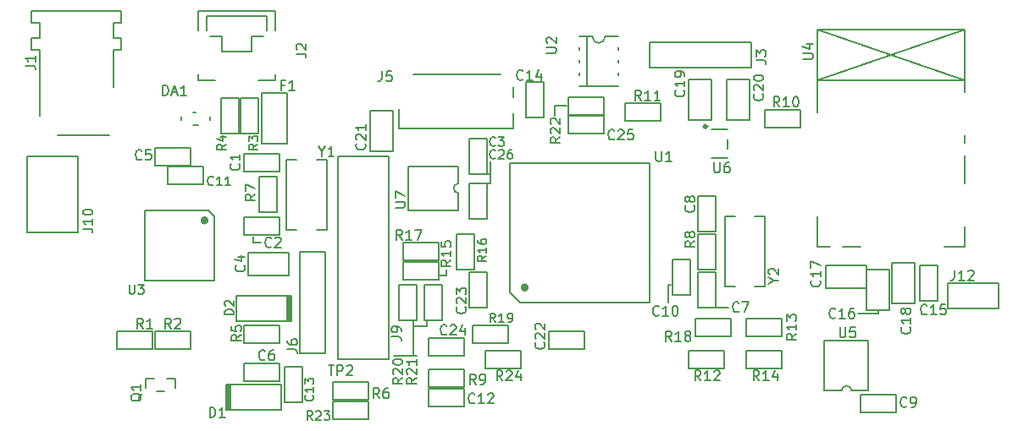
<source format=gto>
G04 #@! TF.GenerationSoftware,KiCad,Pcbnew,5.0.0-fee4fd1~65~ubuntu17.10.1*
G04 #@! TF.CreationDate,2018-10-29T14:09:47-04:00*
G04 #@! TF.ProjectId,motherboard,6D6F74686572626F6172642E6B696361,rev?*
G04 #@! TF.SameCoordinates,Original*
G04 #@! TF.FileFunction,Legend,Top*
G04 #@! TF.FilePolarity,Positive*
%FSLAX46Y46*%
G04 Gerber Fmt 4.6, Leading zero omitted, Abs format (unit mm)*
G04 Created by KiCad (PCBNEW 5.0.0-fee4fd1~65~ubuntu17.10.1) date Mon Oct 29 14:09:47 2018*
%MOMM*%
%LPD*%
G01*
G04 APERTURE LIST*
%ADD10C,0.200000*%
%ADD11C,0.180000*%
%ADD12C,0.150000*%
%ADD13C,0.400000*%
%ADD14C,0.300000*%
%ADD15C,0.152400*%
G04 APERTURE END LIST*
D10*
X194310000Y-112903000D02*
X192278000Y-112903000D01*
X194310000Y-112522000D02*
X194310000Y-112903000D01*
X161988500Y-92011500D02*
X163195000Y-92011500D01*
X161988500Y-93091000D02*
X161988500Y-92011500D01*
X178054000Y-112268000D02*
X179324000Y-112268000D01*
X173355000Y-109982000D02*
X173355000Y-111760000D01*
X173609000Y-109982000D02*
X173355000Y-109982000D01*
X155575000Y-98933000D02*
X155194000Y-98933000D01*
X149225000Y-114173000D02*
X149225000Y-113538000D01*
X147828000Y-114173000D02*
X149225000Y-114173000D01*
X131826000Y-105791000D02*
X131826000Y-105156000D01*
X132588000Y-105791000D02*
X131826000Y-105791000D01*
X147828000Y-117094000D02*
X147828000Y-113538000D01*
X145923000Y-117094000D02*
X148209000Y-117094000D01*
X151130000Y-109093000D02*
X150368000Y-109093000D01*
X151130000Y-108458000D02*
X151130000Y-109093000D01*
X155575000Y-99822000D02*
X155575000Y-97663000D01*
X155194000Y-99822000D02*
X155575000Y-99822000D01*
D11*
G04 #@! TO.C,U4*
X188214000Y-89535000D02*
X202946000Y-84455000D01*
X202946000Y-89535000D02*
X188214000Y-84455000D01*
X188214000Y-89535000D02*
X202946000Y-89535000D01*
X202946000Y-84455000D02*
X202946000Y-90678000D01*
X202946000Y-95758000D02*
X202946000Y-94996000D01*
X202946000Y-99822000D02*
X202946000Y-97028000D01*
X202946000Y-106172000D02*
X202946000Y-104140000D01*
X202946000Y-106172000D02*
X200914000Y-106172000D01*
X190754000Y-106172000D02*
X192532000Y-106172000D01*
X188214000Y-106172000D02*
X189484000Y-106172000D01*
X188214000Y-84455000D02*
X188214000Y-92710000D01*
X188214000Y-106172000D02*
X188214000Y-103124000D01*
X188214000Y-84455000D02*
X202946000Y-84455000D01*
G04 #@! TO.C,J5*
X156550000Y-88900000D02*
X147800000Y-88900000D01*
X157800000Y-94350000D02*
X146400000Y-94350000D01*
X146400000Y-94350000D02*
X146400000Y-92350000D01*
X157800000Y-90200000D02*
X157800000Y-91200000D01*
X157800000Y-94350000D02*
X157800000Y-92800000D01*
G04 #@! TO.C,Q1*
X121105000Y-119365000D02*
X121905000Y-119365000D01*
X124005000Y-119365000D02*
X123205000Y-119365000D01*
X121105000Y-119365000D02*
X121105000Y-120315000D01*
X124005000Y-119365000D02*
X124005000Y-120315000D01*
X122205000Y-120665000D02*
X122905000Y-120665000D01*
G04 #@! TO.C,C4*
X135382000Y-109093000D02*
X135382000Y-106807000D01*
X131318000Y-109093000D02*
X135382000Y-109093000D01*
X131318000Y-106807000D02*
X131318000Y-109093000D01*
X135382000Y-106807000D02*
X131318000Y-106807000D01*
G04 #@! TO.C,R24*
X155067000Y-116586000D02*
X158623000Y-116586000D01*
X158623000Y-116586000D02*
X158623000Y-118364000D01*
X158623000Y-118364000D02*
X155067000Y-118364000D01*
X155067000Y-118364000D02*
X155067000Y-116586000D01*
G04 #@! TO.C,C13*
X135001000Y-121793000D02*
X135001000Y-118237000D01*
X135001000Y-118237000D02*
X136779000Y-118237000D01*
X136779000Y-118237000D02*
X136779000Y-121793000D01*
X136779000Y-121793000D02*
X135001000Y-121793000D01*
G04 #@! TO.C,J12*
X206375000Y-109855000D02*
X206375000Y-112395000D01*
X201295000Y-109855000D02*
X206375000Y-109855000D01*
X201295000Y-112395000D02*
X201295000Y-109855000D01*
X206375000Y-112395000D02*
X201295000Y-112395000D01*
G04 #@! TO.C,U7*
X147360000Y-98130000D02*
X152360000Y-98130000D01*
X147360000Y-102530000D02*
X147360000Y-98130000D01*
X152360000Y-102530000D02*
X147360000Y-102530000D01*
X151860000Y-100330000D02*
G75*
G03X152360000Y-100830000I500000J0D01*
G01*
X152360000Y-99830000D02*
G75*
G03X151860000Y-100330000I0J-500000D01*
G01*
X152360000Y-100830000D02*
X152360000Y-102530000D01*
X152360000Y-99830000D02*
X152360000Y-98130000D01*
G04 #@! TO.C,U5*
X193335000Y-115610000D02*
X193335000Y-120610000D01*
X188935000Y-115610000D02*
X193335000Y-115610000D01*
X188935000Y-120610000D02*
X188935000Y-115610000D01*
X191135000Y-120110000D02*
G75*
G03X190635000Y-120610000I0J-500000D01*
G01*
X191635000Y-120610000D02*
G75*
G03X191135000Y-120110000I-500000J0D01*
G01*
X190635000Y-120610000D02*
X188935000Y-120610000D01*
X191635000Y-120610000D02*
X193335000Y-120610000D01*
G04 #@! TO.C,Y2*
X182975000Y-103180000D02*
X182975000Y-110180000D01*
X182975000Y-110180000D02*
X181975000Y-110180000D01*
X179975000Y-110180000D02*
X178975000Y-110180000D01*
X178975000Y-110180000D02*
X178975000Y-103180000D01*
X178975000Y-103180000D02*
X179975000Y-103180000D01*
X182975000Y-103180000D02*
X181975000Y-103180000D01*
G04 #@! TO.C,Y1*
X135160000Y-104465000D02*
X135160000Y-97465000D01*
X135160000Y-97465000D02*
X136160000Y-97465000D01*
X138160000Y-97465000D02*
X139160000Y-97465000D01*
X139160000Y-97465000D02*
X139160000Y-104465000D01*
X139160000Y-104465000D02*
X138160000Y-104465000D01*
X135160000Y-104465000D02*
X136160000Y-104465000D01*
G04 #@! TO.C,J2*
X127175000Y-84550000D02*
X127175000Y-83050000D01*
X128675000Y-85150000D02*
X127475000Y-85150000D01*
X128675000Y-86650000D02*
X128675000Y-85150000D01*
X131675000Y-86650000D02*
X128675000Y-86650000D01*
X131675000Y-85150000D02*
X131675000Y-86650000D01*
X132875000Y-85150000D02*
X131675000Y-85150000D01*
X133175000Y-83050000D02*
X133175000Y-84550000D01*
X133175000Y-83050000D02*
X127175000Y-83050000D01*
X134025000Y-82550000D02*
X126325000Y-82550000D01*
X126325000Y-82550000D02*
X126325000Y-84550000D01*
X134025000Y-82550000D02*
X134025000Y-84550000D01*
X134025000Y-88950000D02*
X134025000Y-89550000D01*
X134025000Y-89550000D02*
X132325000Y-89550000D01*
X128025000Y-89550000D02*
X126325000Y-89550000D01*
X126325000Y-89550000D02*
X126325000Y-88950000D01*
D12*
G04 #@! TO.C,J1*
X112265000Y-95050000D02*
X117465000Y-95050000D01*
X109665000Y-85250000D02*
X109665000Y-86450000D01*
X110465000Y-85250000D02*
X109665000Y-85250000D01*
X110465000Y-83750000D02*
X110465000Y-85250000D01*
X109665000Y-83750000D02*
X110465000Y-83750000D01*
X109665000Y-82550000D02*
X109665000Y-83750000D01*
X118665000Y-85250000D02*
X118665000Y-86450000D01*
X118665000Y-82550000D02*
X118665000Y-83750000D01*
X117865000Y-85250000D02*
X118665000Y-85250000D01*
X117865000Y-83750000D02*
X117865000Y-85250000D01*
X118665000Y-83750000D02*
X117865000Y-83750000D01*
X110465000Y-86450000D02*
X110465000Y-93050000D01*
X109665000Y-86450000D02*
X110465000Y-86450000D01*
X117865000Y-86450000D02*
X117865000Y-90150000D01*
X118665000Y-86450000D02*
X117865000Y-86450000D01*
X109665000Y-82550000D02*
X118665000Y-82550000D01*
D11*
G04 #@! TO.C,U2*
X165735000Y-85130000D02*
G75*
G03X167005000Y-85130000I635000J0D01*
G01*
X164420000Y-88773000D02*
X164420000Y-89027000D01*
X164420000Y-87503000D02*
X164420000Y-87757000D01*
X164420000Y-86233000D02*
X164420000Y-86487000D01*
X168320000Y-88773000D02*
X168320000Y-89027000D01*
X168320000Y-87503000D02*
X168320000Y-87757000D01*
X168320000Y-86233000D02*
X168320000Y-86487000D01*
X165170000Y-90130000D02*
X165170000Y-85130000D01*
X167005000Y-85130000D02*
X168320000Y-85130000D01*
X164420000Y-85130000D02*
X165735000Y-85130000D01*
X168320000Y-90130000D02*
X164420000Y-90130000D01*
G04 #@! TO.C,U3*
X127960000Y-103145000D02*
X127960000Y-109545000D01*
X127960000Y-109545000D02*
X120960000Y-109545000D01*
X120960000Y-109545000D02*
X120960000Y-102545000D01*
X120960000Y-102545000D02*
X127360000Y-102545000D01*
X127960000Y-103145000D02*
X127360000Y-102545000D01*
D13*
X127160000Y-103545000D02*
G75*
G03X127160000Y-103545000I-200000J0D01*
G01*
D11*
G04 #@! TO.C,U1*
X157465000Y-110775000D02*
X157465000Y-97775000D01*
X157465000Y-97775000D02*
X171465000Y-97775000D01*
X171465000Y-97775000D02*
X171465000Y-111775000D01*
X171465000Y-111775000D02*
X158465000Y-111775000D01*
X157465000Y-110775000D02*
X158465000Y-111775000D01*
D13*
X159165000Y-110275000D02*
G75*
G03X159165000Y-110275000I-200000J0D01*
G01*
D11*
G04 #@! TO.C,C26*
X153416000Y-103378000D02*
X153416000Y-99822000D01*
X153416000Y-99822000D02*
X155194000Y-99822000D01*
X155194000Y-99822000D02*
X155194000Y-103378000D01*
X155194000Y-103378000D02*
X153416000Y-103378000D01*
G04 #@! TO.C,C25*
X163322000Y-93091000D02*
X166878000Y-93091000D01*
X166878000Y-93091000D02*
X166878000Y-94869000D01*
X166878000Y-94869000D02*
X163322000Y-94869000D01*
X163322000Y-94869000D02*
X163322000Y-93091000D01*
G04 #@! TO.C,R8*
X176276000Y-108458000D02*
X176276000Y-104902000D01*
X176276000Y-104902000D02*
X178054000Y-104902000D01*
X178054000Y-104902000D02*
X178054000Y-108458000D01*
X178054000Y-108458000D02*
X176276000Y-108458000D01*
G04 #@! TO.C,R7*
X132461000Y-99187000D02*
X134239000Y-99187000D01*
X132461000Y-102743000D02*
X132461000Y-99187000D01*
X134239000Y-102743000D02*
X132461000Y-102743000D01*
X134239000Y-99187000D02*
X134239000Y-102743000D01*
G04 #@! TO.C,R5*
X130937000Y-114046000D02*
X134493000Y-114046000D01*
X134493000Y-114046000D02*
X134493000Y-115824000D01*
X134493000Y-115824000D02*
X130937000Y-115824000D01*
X130937000Y-115824000D02*
X130937000Y-114046000D01*
G04 #@! TO.C,R4*
X128651000Y-91249500D02*
X130429000Y-91249500D01*
X128651000Y-94805500D02*
X128651000Y-91249500D01*
X130429000Y-94805500D02*
X128651000Y-94805500D01*
X130429000Y-91249500D02*
X130429000Y-94805500D01*
G04 #@! TO.C,R3*
X132334000Y-91249500D02*
X132334000Y-94805500D01*
X132334000Y-94805500D02*
X130556000Y-94805500D01*
X130556000Y-94805500D02*
X130556000Y-91249500D01*
X130556000Y-91249500D02*
X132334000Y-91249500D01*
G04 #@! TO.C,J10*
X109220000Y-97155000D02*
X114300000Y-97155000D01*
X114300000Y-104775000D02*
X109220000Y-104775000D01*
X114300000Y-97155000D02*
X114300000Y-104775000D01*
X109220000Y-104775000D02*
X109220000Y-97155000D01*
G04 #@! TO.C,C20*
X181483000Y-89408000D02*
X179197000Y-89408000D01*
X181483000Y-93472000D02*
X181483000Y-89408000D01*
X179197000Y-93472000D02*
X181483000Y-93472000D01*
X179197000Y-89408000D02*
X179197000Y-93472000D01*
G04 #@! TO.C,C19*
X175387000Y-89408000D02*
X175387000Y-93472000D01*
X175387000Y-93472000D02*
X177673000Y-93472000D01*
X177673000Y-93472000D02*
X177673000Y-89408000D01*
X177673000Y-89408000D02*
X175387000Y-89408000D01*
D14*
G04 #@! TO.C,U6*
X177185000Y-94135000D02*
G75*
G03X177185000Y-94135000I-150000J0D01*
G01*
D11*
X179235000Y-95435000D02*
X179235000Y-96335000D01*
X179235000Y-97335000D02*
X177635000Y-97335000D01*
X179235000Y-94435000D02*
X177635000Y-94435000D01*
G04 #@! TO.C,C12*
X149352000Y-122174000D02*
X149352000Y-120396000D01*
X152908000Y-122174000D02*
X149352000Y-122174000D01*
X152908000Y-120396000D02*
X152908000Y-122174000D01*
X149352000Y-120396000D02*
X152908000Y-120396000D01*
G04 #@! TO.C,J3*
X171450000Y-88265000D02*
X171450000Y-85725000D01*
X181610000Y-88265000D02*
X171450000Y-88265000D01*
X181610000Y-85725000D02*
X181610000Y-88265000D01*
X171450000Y-85725000D02*
X181610000Y-85725000D01*
G04 #@! TO.C,C1*
X134493000Y-96901000D02*
X134493000Y-98679000D01*
X130937000Y-96901000D02*
X134493000Y-96901000D01*
X130937000Y-98679000D02*
X130937000Y-96901000D01*
X134493000Y-98679000D02*
X130937000Y-98679000D01*
G04 #@! TO.C,C2*
X134493000Y-103251000D02*
X134493000Y-105029000D01*
X130937000Y-103251000D02*
X134493000Y-103251000D01*
X130937000Y-105029000D02*
X130937000Y-103251000D01*
X134493000Y-105029000D02*
X130937000Y-105029000D01*
G04 #@! TO.C,C5*
X122047000Y-98044000D02*
X122047000Y-96266000D01*
X125603000Y-98044000D02*
X122047000Y-98044000D01*
X125603000Y-96266000D02*
X125603000Y-98044000D01*
X122047000Y-96266000D02*
X125603000Y-96266000D01*
G04 #@! TO.C,C6*
X134493000Y-117856000D02*
X134493000Y-119634000D01*
X130937000Y-117856000D02*
X134493000Y-117856000D01*
X130937000Y-119634000D02*
X130937000Y-117856000D01*
X134493000Y-119634000D02*
X130937000Y-119634000D01*
G04 #@! TO.C,C7*
X176276000Y-108712000D02*
X178054000Y-108712000D01*
X176276000Y-112268000D02*
X176276000Y-108712000D01*
X178054000Y-112268000D02*
X176276000Y-112268000D01*
X178054000Y-108712000D02*
X178054000Y-112268000D01*
G04 #@! TO.C,C8*
X178054000Y-104648000D02*
X176276000Y-104648000D01*
X178054000Y-101092000D02*
X178054000Y-104648000D01*
X176276000Y-101092000D02*
X178054000Y-101092000D01*
X176276000Y-104648000D02*
X176276000Y-101092000D01*
G04 #@! TO.C,C9*
X196088000Y-122809000D02*
X192532000Y-122809000D01*
X192532000Y-122809000D02*
X192532000Y-121031000D01*
X192532000Y-121031000D02*
X196088000Y-121031000D01*
X196088000Y-121031000D02*
X196088000Y-122809000D01*
G04 #@! TO.C,C10*
X173736000Y-107442000D02*
X175514000Y-107442000D01*
X173736000Y-110998000D02*
X173736000Y-107442000D01*
X175514000Y-110998000D02*
X173736000Y-110998000D01*
X175514000Y-107442000D02*
X175514000Y-110998000D01*
G04 #@! TO.C,J9*
X145415000Y-97155000D02*
X145415000Y-117475000D01*
X140335000Y-117475000D02*
X140335000Y-97155000D01*
X140335000Y-97155000D02*
X145415000Y-97155000D01*
X145415000Y-117475000D02*
X140335000Y-117475000D01*
G04 #@! TO.C,R10*
X186563000Y-92456000D02*
X186563000Y-94234000D01*
X183007000Y-92456000D02*
X186563000Y-92456000D01*
X183007000Y-94234000D02*
X183007000Y-92456000D01*
X186563000Y-94234000D02*
X183007000Y-94234000D01*
G04 #@! TO.C,C11*
X123317000Y-99949000D02*
X123317000Y-98171000D01*
X126873000Y-99949000D02*
X123317000Y-99949000D01*
X126873000Y-98171000D02*
X126873000Y-99949000D01*
X123317000Y-98171000D02*
X126873000Y-98171000D01*
G04 #@! TO.C,R6*
X143383000Y-119761000D02*
X143383000Y-121539000D01*
X139827000Y-119761000D02*
X143383000Y-119761000D01*
X139827000Y-121539000D02*
X139827000Y-119761000D01*
X143383000Y-121539000D02*
X139827000Y-121539000D01*
G04 #@! TO.C,R9*
X152908000Y-118491000D02*
X152908000Y-120269000D01*
X149352000Y-118491000D02*
X152908000Y-118491000D01*
X149352000Y-120269000D02*
X149352000Y-118491000D01*
X152908000Y-120269000D02*
X149352000Y-120269000D01*
G04 #@! TO.C,R11*
X169037000Y-91821000D02*
X172593000Y-91821000D01*
X172593000Y-91821000D02*
X172593000Y-93599000D01*
X172593000Y-93599000D02*
X169037000Y-93599000D01*
X169037000Y-93599000D02*
X169037000Y-91821000D01*
G04 #@! TO.C,C15*
X200279000Y-111633000D02*
X198501000Y-111633000D01*
X200279000Y-108077000D02*
X200279000Y-111633000D01*
X198501000Y-108077000D02*
X200279000Y-108077000D01*
X198501000Y-111633000D02*
X198501000Y-108077000D01*
G04 #@! TO.C,C16*
X193167000Y-108458000D02*
X193167000Y-112522000D01*
X193167000Y-112522000D02*
X195453000Y-112522000D01*
X195453000Y-112522000D02*
X195453000Y-108458000D01*
X195453000Y-108458000D02*
X193167000Y-108458000D01*
G04 #@! TO.C,C18*
X195707000Y-111887000D02*
X197993000Y-111887000D01*
X195707000Y-107823000D02*
X195707000Y-111887000D01*
X197993000Y-107823000D02*
X195707000Y-107823000D01*
X197993000Y-111887000D02*
X197993000Y-107823000D01*
G04 #@! TO.C,R12*
X175387000Y-116586000D02*
X178943000Y-116586000D01*
X178943000Y-116586000D02*
X178943000Y-118364000D01*
X178943000Y-118364000D02*
X175387000Y-118364000D01*
X175387000Y-118364000D02*
X175387000Y-116586000D01*
G04 #@! TO.C,R13*
X181102000Y-113411000D02*
X184658000Y-113411000D01*
X184658000Y-113411000D02*
X184658000Y-115189000D01*
X184658000Y-115189000D02*
X181102000Y-115189000D01*
X181102000Y-115189000D02*
X181102000Y-113411000D01*
G04 #@! TO.C,R14*
X181102000Y-118364000D02*
X181102000Y-116586000D01*
X184658000Y-118364000D02*
X181102000Y-118364000D01*
X184658000Y-116586000D02*
X184658000Y-118364000D01*
X181102000Y-116586000D02*
X184658000Y-116586000D01*
G04 #@! TO.C,C17*
X189103000Y-110363000D02*
X193167000Y-110363000D01*
X193167000Y-110363000D02*
X193167000Y-108077000D01*
X193167000Y-108077000D02*
X189103000Y-108077000D01*
X189103000Y-108077000D02*
X189103000Y-110363000D01*
G04 #@! TO.C,C21*
X145796000Y-96647000D02*
X145796000Y-92583000D01*
X145796000Y-92583000D02*
X143510000Y-92583000D01*
X143510000Y-92583000D02*
X143510000Y-96647000D01*
X143510000Y-96647000D02*
X145796000Y-96647000D01*
G04 #@! TO.C,R15*
X146812000Y-107696000D02*
X150368000Y-107696000D01*
X150368000Y-107696000D02*
X150368000Y-109474000D01*
X150368000Y-109474000D02*
X146812000Y-109474000D01*
X146812000Y-109474000D02*
X146812000Y-107696000D01*
G04 #@! TO.C,R16*
X152146000Y-104902000D02*
X153924000Y-104902000D01*
X152146000Y-108458000D02*
X152146000Y-104902000D01*
X153924000Y-108458000D02*
X152146000Y-108458000D01*
X153924000Y-104902000D02*
X153924000Y-108458000D01*
G04 #@! TO.C,R17*
X146812000Y-105791000D02*
X150368000Y-105791000D01*
X150368000Y-105791000D02*
X150368000Y-107569000D01*
X150368000Y-107569000D02*
X146812000Y-107569000D01*
X146812000Y-107569000D02*
X146812000Y-105791000D01*
G04 #@! TO.C,R18*
X179578000Y-113411000D02*
X179578000Y-115189000D01*
X176022000Y-113411000D02*
X179578000Y-113411000D01*
X176022000Y-115189000D02*
X176022000Y-113411000D01*
X179578000Y-115189000D02*
X176022000Y-115189000D01*
G04 #@! TO.C,C22*
X164973000Y-116459000D02*
X161417000Y-116459000D01*
X161417000Y-116459000D02*
X161417000Y-114681000D01*
X161417000Y-114681000D02*
X164973000Y-114681000D01*
X164973000Y-114681000D02*
X164973000Y-116459000D01*
G04 #@! TO.C,C23*
X155194000Y-108712000D02*
X155194000Y-112268000D01*
X155194000Y-112268000D02*
X153416000Y-112268000D01*
X153416000Y-112268000D02*
X153416000Y-108712000D01*
X153416000Y-108712000D02*
X155194000Y-108712000D01*
G04 #@! TO.C,C24*
X152908000Y-115316000D02*
X152908000Y-117094000D01*
X149352000Y-115316000D02*
X152908000Y-115316000D01*
X149352000Y-117094000D02*
X149352000Y-115316000D01*
X152908000Y-117094000D02*
X149352000Y-117094000D01*
G04 #@! TO.C,C3*
X153416000Y-98933000D02*
X153416000Y-95377000D01*
X153416000Y-95377000D02*
X155194000Y-95377000D01*
X155194000Y-95377000D02*
X155194000Y-98933000D01*
X155194000Y-98933000D02*
X153416000Y-98933000D01*
G04 #@! TO.C,R23*
X143383000Y-123444000D02*
X139827000Y-123444000D01*
X139827000Y-123444000D02*
X139827000Y-121666000D01*
X139827000Y-121666000D02*
X143383000Y-121666000D01*
X143383000Y-121666000D02*
X143383000Y-123444000D01*
G04 #@! TO.C,D1*
X129159000Y-120015000D02*
X129159000Y-122555000D01*
X129286000Y-120015000D02*
X129286000Y-122555000D01*
X129413000Y-120015000D02*
X129413000Y-122555000D01*
X129540000Y-120015000D02*
X129540000Y-122555000D01*
X134620000Y-120015000D02*
X129159000Y-120015000D01*
X134620000Y-122555000D02*
X134620000Y-120015000D01*
X129159000Y-122555000D02*
X134620000Y-122555000D01*
G04 #@! TO.C,D2*
X135636000Y-111125000D02*
X130175000Y-111125000D01*
X130175000Y-111125000D02*
X130175000Y-113665000D01*
X130175000Y-113665000D02*
X135636000Y-113665000D01*
X135255000Y-113665000D02*
X135255000Y-111125000D01*
X135382000Y-113665000D02*
X135382000Y-111125000D01*
X135509000Y-113665000D02*
X135509000Y-111125000D01*
X135636000Y-113665000D02*
X135636000Y-111125000D01*
G04 #@! TO.C,J6*
X136525000Y-116840000D02*
X136525000Y-106680000D01*
X136525000Y-106680000D02*
X139065000Y-106680000D01*
X139065000Y-106680000D02*
X139065000Y-116840000D01*
X139065000Y-116840000D02*
X136525000Y-116840000D01*
G04 #@! TO.C,R19*
X153797000Y-114046000D02*
X157353000Y-114046000D01*
X157353000Y-114046000D02*
X157353000Y-115824000D01*
X157353000Y-115824000D02*
X153797000Y-115824000D01*
X153797000Y-115824000D02*
X153797000Y-114046000D01*
G04 #@! TO.C,C14*
X159131000Y-93218000D02*
X159131000Y-89662000D01*
X159131000Y-89662000D02*
X160909000Y-89662000D01*
X160909000Y-89662000D02*
X160909000Y-93218000D01*
X160909000Y-93218000D02*
X159131000Y-93218000D01*
G04 #@! TO.C,R20*
X148209000Y-109982000D02*
X148209000Y-113538000D01*
X148209000Y-113538000D02*
X146431000Y-113538000D01*
X146431000Y-113538000D02*
X146431000Y-109982000D01*
X146431000Y-109982000D02*
X148209000Y-109982000D01*
G04 #@! TO.C,R21*
X148971000Y-109982000D02*
X150749000Y-109982000D01*
X148971000Y-113538000D02*
X148971000Y-109982000D01*
X150749000Y-113538000D02*
X148971000Y-113538000D01*
X150749000Y-109982000D02*
X150749000Y-113538000D01*
G04 #@! TO.C,R22*
X163322000Y-91186000D02*
X166878000Y-91186000D01*
X166878000Y-91186000D02*
X166878000Y-92964000D01*
X166878000Y-92964000D02*
X163322000Y-92964000D01*
X163322000Y-92964000D02*
X163322000Y-91186000D01*
D15*
G04 #@! TO.C,DA1*
X126369156Y-93966202D02*
X125839156Y-93966202D01*
X126069156Y-92696202D02*
X125839156Y-92696202D01*
X127554156Y-93531202D02*
X127554156Y-93131202D01*
X124654156Y-93531202D02*
X124654156Y-93131202D01*
D11*
G04 #@! TO.C,F1*
X132715000Y-90805000D02*
X132715000Y-95885000D01*
X132715000Y-95885000D02*
X135255000Y-95885000D01*
X135255000Y-95885000D02*
X135255000Y-90805000D01*
X135255000Y-90805000D02*
X132715000Y-90805000D01*
G04 #@! TO.C,R1*
X118237000Y-114681000D02*
X121793000Y-114681000D01*
X121793000Y-114681000D02*
X121793000Y-116459000D01*
X121793000Y-116459000D02*
X118237000Y-116459000D01*
X118237000Y-116459000D02*
X118237000Y-114681000D01*
G04 #@! TO.C,R2*
X125603000Y-114681000D02*
X125603000Y-116459000D01*
X122047000Y-114681000D02*
X125603000Y-114681000D01*
X122047000Y-116459000D02*
X122047000Y-114681000D01*
X125603000Y-116459000D02*
X122047000Y-116459000D01*
G04 #@! TO.C,U4*
D12*
X186777380Y-87375904D02*
X187586904Y-87375904D01*
X187682142Y-87328285D01*
X187729761Y-87280666D01*
X187777380Y-87185428D01*
X187777380Y-86994952D01*
X187729761Y-86899714D01*
X187682142Y-86852095D01*
X187586904Y-86804476D01*
X186777380Y-86804476D01*
X187110714Y-85899714D02*
X187777380Y-85899714D01*
X186729761Y-86137809D02*
X187444047Y-86375904D01*
X187444047Y-85756857D01*
G04 #@! TO.C,J5*
X144700666Y-88606380D02*
X144700666Y-89320666D01*
X144653047Y-89463523D01*
X144557809Y-89558761D01*
X144414952Y-89606380D01*
X144319714Y-89606380D01*
X145653047Y-88606380D02*
X145176857Y-88606380D01*
X145129238Y-89082571D01*
X145176857Y-89034952D01*
X145272095Y-88987333D01*
X145510190Y-88987333D01*
X145605428Y-89034952D01*
X145653047Y-89082571D01*
X145700666Y-89177809D01*
X145700666Y-89415904D01*
X145653047Y-89511142D01*
X145605428Y-89558761D01*
X145510190Y-89606380D01*
X145272095Y-89606380D01*
X145176857Y-89558761D01*
X145129238Y-89511142D01*
G04 #@! TO.C,Q1*
D11*
X120697619Y-120898238D02*
X120650000Y-120993476D01*
X120554761Y-121088714D01*
X120411904Y-121231571D01*
X120364285Y-121326809D01*
X120364285Y-121422047D01*
X120602380Y-121374428D02*
X120554761Y-121469666D01*
X120459523Y-121564904D01*
X120269047Y-121612523D01*
X119935714Y-121612523D01*
X119745238Y-121564904D01*
X119650000Y-121469666D01*
X119602380Y-121374428D01*
X119602380Y-121183952D01*
X119650000Y-121088714D01*
X119745238Y-120993476D01*
X119935714Y-120945857D01*
X120269047Y-120945857D01*
X120459523Y-120993476D01*
X120554761Y-121088714D01*
X120602380Y-121183952D01*
X120602380Y-121374428D01*
X120602380Y-119993476D02*
X120602380Y-120564904D01*
X120602380Y-120279190D02*
X119602380Y-120279190D01*
X119745238Y-120374428D01*
X119840476Y-120469666D01*
X119888095Y-120564904D01*
G04 #@! TO.C,C4*
X130921142Y-108039476D02*
X130968761Y-108087095D01*
X131016380Y-108229952D01*
X131016380Y-108325190D01*
X130968761Y-108468047D01*
X130873523Y-108563285D01*
X130778285Y-108610904D01*
X130587809Y-108658523D01*
X130444952Y-108658523D01*
X130254476Y-108610904D01*
X130159238Y-108563285D01*
X130064000Y-108468047D01*
X130016380Y-108325190D01*
X130016380Y-108229952D01*
X130064000Y-108087095D01*
X130111619Y-108039476D01*
X130349714Y-107182333D02*
X131016380Y-107182333D01*
X129968761Y-107420428D02*
X130683047Y-107658523D01*
X130683047Y-107039476D01*
G04 #@! TO.C,R24*
X156755523Y-119586380D02*
X156422190Y-119110190D01*
X156184095Y-119586380D02*
X156184095Y-118586380D01*
X156565047Y-118586380D01*
X156660285Y-118634000D01*
X156707904Y-118681619D01*
X156755523Y-118776857D01*
X156755523Y-118919714D01*
X156707904Y-119014952D01*
X156660285Y-119062571D01*
X156565047Y-119110190D01*
X156184095Y-119110190D01*
X157136476Y-118681619D02*
X157184095Y-118634000D01*
X157279333Y-118586380D01*
X157517428Y-118586380D01*
X157612666Y-118634000D01*
X157660285Y-118681619D01*
X157707904Y-118776857D01*
X157707904Y-118872095D01*
X157660285Y-119014952D01*
X157088857Y-119586380D01*
X157707904Y-119586380D01*
X158565047Y-118919714D02*
X158565047Y-119586380D01*
X158326952Y-118538761D02*
X158088857Y-119253047D01*
X158707904Y-119253047D01*
G04 #@! TO.C,C13*
X137793428Y-121074428D02*
X137836285Y-121117285D01*
X137879142Y-121245857D01*
X137879142Y-121331571D01*
X137836285Y-121460142D01*
X137750571Y-121545857D01*
X137664857Y-121588714D01*
X137493428Y-121631571D01*
X137364857Y-121631571D01*
X137193428Y-121588714D01*
X137107714Y-121545857D01*
X137022000Y-121460142D01*
X136979142Y-121331571D01*
X136979142Y-121245857D01*
X137022000Y-121117285D01*
X137064857Y-121074428D01*
X137879142Y-120217285D02*
X137879142Y-120731571D01*
X137879142Y-120474428D02*
X136979142Y-120474428D01*
X137107714Y-120560142D01*
X137193428Y-120645857D01*
X137236285Y-120731571D01*
X136979142Y-119917285D02*
X136979142Y-119360142D01*
X137322000Y-119660142D01*
X137322000Y-119531571D01*
X137364857Y-119445857D01*
X137407714Y-119403000D01*
X137493428Y-119360142D01*
X137707714Y-119360142D01*
X137793428Y-119403000D01*
X137836285Y-119445857D01*
X137879142Y-119531571D01*
X137879142Y-119788714D01*
X137836285Y-119874428D01*
X137793428Y-119917285D01*
G04 #@! TO.C,J12*
X201935809Y-108553380D02*
X201935809Y-109267666D01*
X201888190Y-109410523D01*
X201792952Y-109505761D01*
X201650095Y-109553380D01*
X201554857Y-109553380D01*
X202935809Y-109553380D02*
X202364380Y-109553380D01*
X202650095Y-109553380D02*
X202650095Y-108553380D01*
X202554857Y-108696238D01*
X202459619Y-108791476D01*
X202364380Y-108839095D01*
X203316761Y-108648619D02*
X203364380Y-108601000D01*
X203459619Y-108553380D01*
X203697714Y-108553380D01*
X203792952Y-108601000D01*
X203840571Y-108648619D01*
X203888190Y-108743857D01*
X203888190Y-108839095D01*
X203840571Y-108981952D01*
X203269142Y-109553380D01*
X203888190Y-109553380D01*
G04 #@! TO.C,U7*
X146018380Y-102260904D02*
X146827904Y-102260904D01*
X146923142Y-102213285D01*
X146970761Y-102165666D01*
X147018380Y-102070428D01*
X147018380Y-101879952D01*
X146970761Y-101784714D01*
X146923142Y-101737095D01*
X146827904Y-101689476D01*
X146018380Y-101689476D01*
X146018380Y-101308523D02*
X146018380Y-100641857D01*
X147018380Y-101070428D01*
G04 #@! TO.C,U5*
X190474095Y-114268380D02*
X190474095Y-115077904D01*
X190521714Y-115173142D01*
X190569333Y-115220761D01*
X190664571Y-115268380D01*
X190855047Y-115268380D01*
X190950285Y-115220761D01*
X190997904Y-115173142D01*
X191045523Y-115077904D01*
X191045523Y-114268380D01*
X191997904Y-114268380D02*
X191521714Y-114268380D01*
X191474095Y-114744571D01*
X191521714Y-114696952D01*
X191616952Y-114649333D01*
X191855047Y-114649333D01*
X191950285Y-114696952D01*
X191997904Y-114744571D01*
X192045523Y-114839809D01*
X192045523Y-115077904D01*
X191997904Y-115173142D01*
X191950285Y-115220761D01*
X191855047Y-115268380D01*
X191616952Y-115268380D01*
X191521714Y-115220761D01*
X191474095Y-115173142D01*
G04 #@! TO.C,Y2*
X183872190Y-109569190D02*
X184348380Y-109569190D01*
X183348380Y-109902523D02*
X183872190Y-109569190D01*
X183348380Y-109235857D01*
X183443619Y-108950142D02*
X183396000Y-108902523D01*
X183348380Y-108807285D01*
X183348380Y-108569190D01*
X183396000Y-108473952D01*
X183443619Y-108426333D01*
X183538857Y-108378714D01*
X183634095Y-108378714D01*
X183776952Y-108426333D01*
X184348380Y-108997761D01*
X184348380Y-108378714D01*
G04 #@! TO.C,Y1*
X138715809Y-96623190D02*
X138715809Y-97099380D01*
X138382476Y-96099380D02*
X138715809Y-96623190D01*
X139049142Y-96099380D01*
X139906285Y-97099380D02*
X139334857Y-97099380D01*
X139620571Y-97099380D02*
X139620571Y-96099380D01*
X139525333Y-96242238D01*
X139430095Y-96337476D01*
X139334857Y-96385095D01*
G04 #@! TO.C,J2*
X136112380Y-86862190D02*
X136826666Y-86862190D01*
X136969523Y-86909809D01*
X137064761Y-87005047D01*
X137112380Y-87147904D01*
X137112380Y-87243142D01*
X136207619Y-86433619D02*
X136160000Y-86386000D01*
X136112380Y-86290761D01*
X136112380Y-86052666D01*
X136160000Y-85957428D01*
X136207619Y-85909809D01*
X136302857Y-85862190D01*
X136398095Y-85862190D01*
X136540952Y-85909809D01*
X137112380Y-86481238D01*
X137112380Y-85862190D01*
G04 #@! TO.C,J1*
X109045380Y-88048476D02*
X109759666Y-88048476D01*
X109902523Y-88096095D01*
X109997761Y-88191333D01*
X110045380Y-88334190D01*
X110045380Y-88429428D01*
X110045380Y-87048476D02*
X110045380Y-87619904D01*
X110045380Y-87334190D02*
X109045380Y-87334190D01*
X109188238Y-87429428D01*
X109283476Y-87524666D01*
X109331095Y-87619904D01*
G04 #@! TO.C,U2*
X161131380Y-86766904D02*
X161940904Y-86766904D01*
X162036142Y-86719285D01*
X162083761Y-86671666D01*
X162131380Y-86576428D01*
X162131380Y-86385952D01*
X162083761Y-86290714D01*
X162036142Y-86243095D01*
X161940904Y-86195476D01*
X161131380Y-86195476D01*
X161226619Y-85766904D02*
X161179000Y-85719285D01*
X161131380Y-85624047D01*
X161131380Y-85385952D01*
X161179000Y-85290714D01*
X161226619Y-85243095D01*
X161321857Y-85195476D01*
X161417095Y-85195476D01*
X161559952Y-85243095D01*
X162131380Y-85814523D01*
X162131380Y-85195476D01*
G04 #@! TO.C,U3*
X119456285Y-109997142D02*
X119456285Y-110725714D01*
X119499142Y-110811428D01*
X119542000Y-110854285D01*
X119627714Y-110897142D01*
X119799142Y-110897142D01*
X119884857Y-110854285D01*
X119927714Y-110811428D01*
X119970571Y-110725714D01*
X119970571Y-109997142D01*
X120313428Y-109997142D02*
X120870571Y-109997142D01*
X120570571Y-110340000D01*
X120699142Y-110340000D01*
X120784857Y-110382857D01*
X120827714Y-110425714D01*
X120870571Y-110511428D01*
X120870571Y-110725714D01*
X120827714Y-110811428D01*
X120784857Y-110854285D01*
X120699142Y-110897142D01*
X120442000Y-110897142D01*
X120356285Y-110854285D01*
X120313428Y-110811428D01*
G04 #@! TO.C,U1*
X172085095Y-96607380D02*
X172085095Y-97416904D01*
X172132714Y-97512142D01*
X172180333Y-97559761D01*
X172275571Y-97607380D01*
X172466047Y-97607380D01*
X172561285Y-97559761D01*
X172608904Y-97512142D01*
X172656523Y-97416904D01*
X172656523Y-96607380D01*
X173656523Y-97607380D02*
X173085095Y-97607380D01*
X173370809Y-97607380D02*
X173370809Y-96607380D01*
X173275571Y-96750238D01*
X173180333Y-96845476D01*
X173085095Y-96893095D01*
G04 #@! TO.C,C26*
X156039571Y-97280428D02*
X155996714Y-97323285D01*
X155868142Y-97366142D01*
X155782428Y-97366142D01*
X155653857Y-97323285D01*
X155568142Y-97237571D01*
X155525285Y-97151857D01*
X155482428Y-96980428D01*
X155482428Y-96851857D01*
X155525285Y-96680428D01*
X155568142Y-96594714D01*
X155653857Y-96509000D01*
X155782428Y-96466142D01*
X155868142Y-96466142D01*
X155996714Y-96509000D01*
X156039571Y-96551857D01*
X156382428Y-96551857D02*
X156425285Y-96509000D01*
X156511000Y-96466142D01*
X156725285Y-96466142D01*
X156811000Y-96509000D01*
X156853857Y-96551857D01*
X156896714Y-96637571D01*
X156896714Y-96723285D01*
X156853857Y-96851857D01*
X156339571Y-97366142D01*
X156896714Y-97366142D01*
X157668142Y-96466142D02*
X157496714Y-96466142D01*
X157411000Y-96509000D01*
X157368142Y-96551857D01*
X157282428Y-96680428D01*
X157239571Y-96851857D01*
X157239571Y-97194714D01*
X157282428Y-97280428D01*
X157325285Y-97323285D01*
X157411000Y-97366142D01*
X157582428Y-97366142D01*
X157668142Y-97323285D01*
X157711000Y-97280428D01*
X157753857Y-97194714D01*
X157753857Y-96980428D01*
X157711000Y-96894714D01*
X157668142Y-96851857D01*
X157582428Y-96809000D01*
X157411000Y-96809000D01*
X157325285Y-96851857D01*
X157282428Y-96894714D01*
X157239571Y-96980428D01*
G04 #@! TO.C,C25*
X167931523Y-95361142D02*
X167883904Y-95408761D01*
X167741047Y-95456380D01*
X167645809Y-95456380D01*
X167502952Y-95408761D01*
X167407714Y-95313523D01*
X167360095Y-95218285D01*
X167312476Y-95027809D01*
X167312476Y-94884952D01*
X167360095Y-94694476D01*
X167407714Y-94599238D01*
X167502952Y-94504000D01*
X167645809Y-94456380D01*
X167741047Y-94456380D01*
X167883904Y-94504000D01*
X167931523Y-94551619D01*
X168312476Y-94551619D02*
X168360095Y-94504000D01*
X168455333Y-94456380D01*
X168693428Y-94456380D01*
X168788666Y-94504000D01*
X168836285Y-94551619D01*
X168883904Y-94646857D01*
X168883904Y-94742095D01*
X168836285Y-94884952D01*
X168264857Y-95456380D01*
X168883904Y-95456380D01*
X169788666Y-94456380D02*
X169312476Y-94456380D01*
X169264857Y-94932571D01*
X169312476Y-94884952D01*
X169407714Y-94837333D01*
X169645809Y-94837333D01*
X169741047Y-94884952D01*
X169788666Y-94932571D01*
X169836285Y-95027809D01*
X169836285Y-95265904D01*
X169788666Y-95361142D01*
X169741047Y-95408761D01*
X169645809Y-95456380D01*
X169407714Y-95456380D01*
X169312476Y-95408761D01*
X169264857Y-95361142D01*
G04 #@! TO.C,R8*
X175974380Y-105626476D02*
X175498190Y-105959809D01*
X175974380Y-106197904D02*
X174974380Y-106197904D01*
X174974380Y-105816952D01*
X175022000Y-105721714D01*
X175069619Y-105674095D01*
X175164857Y-105626476D01*
X175307714Y-105626476D01*
X175402952Y-105674095D01*
X175450571Y-105721714D01*
X175498190Y-105816952D01*
X175498190Y-106197904D01*
X175402952Y-105055047D02*
X175355333Y-105150285D01*
X175307714Y-105197904D01*
X175212476Y-105245523D01*
X175164857Y-105245523D01*
X175069619Y-105197904D01*
X175022000Y-105150285D01*
X174974380Y-105055047D01*
X174974380Y-104864571D01*
X175022000Y-104769333D01*
X175069619Y-104721714D01*
X175164857Y-104674095D01*
X175212476Y-104674095D01*
X175307714Y-104721714D01*
X175355333Y-104769333D01*
X175402952Y-104864571D01*
X175402952Y-105055047D01*
X175450571Y-105150285D01*
X175498190Y-105197904D01*
X175593428Y-105245523D01*
X175783904Y-105245523D01*
X175879142Y-105197904D01*
X175926761Y-105150285D01*
X175974380Y-105055047D01*
X175974380Y-104864571D01*
X175926761Y-104769333D01*
X175879142Y-104721714D01*
X175783904Y-104674095D01*
X175593428Y-104674095D01*
X175498190Y-104721714D01*
X175450571Y-104769333D01*
X175402952Y-104864571D01*
G04 #@! TO.C,R7*
X132032380Y-100927476D02*
X131556190Y-101260809D01*
X132032380Y-101498904D02*
X131032380Y-101498904D01*
X131032380Y-101117952D01*
X131080000Y-101022714D01*
X131127619Y-100975095D01*
X131222857Y-100927476D01*
X131365714Y-100927476D01*
X131460952Y-100975095D01*
X131508571Y-101022714D01*
X131556190Y-101117952D01*
X131556190Y-101498904D01*
X131032380Y-100594142D02*
X131032380Y-99927476D01*
X132032380Y-100356047D01*
G04 #@! TO.C,R5*
X130635380Y-115024476D02*
X130159190Y-115357809D01*
X130635380Y-115595904D02*
X129635380Y-115595904D01*
X129635380Y-115214952D01*
X129683000Y-115119714D01*
X129730619Y-115072095D01*
X129825857Y-115024476D01*
X129968714Y-115024476D01*
X130063952Y-115072095D01*
X130111571Y-115119714D01*
X130159190Y-115214952D01*
X130159190Y-115595904D01*
X129635380Y-114119714D02*
X129635380Y-114595904D01*
X130111571Y-114643523D01*
X130063952Y-114595904D01*
X130016333Y-114500666D01*
X130016333Y-114262571D01*
X130063952Y-114167333D01*
X130111571Y-114119714D01*
X130206809Y-114072095D01*
X130444904Y-114072095D01*
X130540142Y-114119714D01*
X130587761Y-114167333D01*
X130635380Y-114262571D01*
X130635380Y-114500666D01*
X130587761Y-114595904D01*
X130540142Y-114643523D01*
G04 #@! TO.C,R4*
X129116142Y-95928428D02*
X128687571Y-96228428D01*
X129116142Y-96442714D02*
X128216142Y-96442714D01*
X128216142Y-96099857D01*
X128259000Y-96014142D01*
X128301857Y-95971285D01*
X128387571Y-95928428D01*
X128516142Y-95928428D01*
X128601857Y-95971285D01*
X128644714Y-96014142D01*
X128687571Y-96099857D01*
X128687571Y-96442714D01*
X128516142Y-95157000D02*
X129116142Y-95157000D01*
X128173285Y-95371285D02*
X128816142Y-95585571D01*
X128816142Y-95028428D01*
G04 #@! TO.C,R3*
X132291142Y-95928428D02*
X131862571Y-96228428D01*
X132291142Y-96442714D02*
X131391142Y-96442714D01*
X131391142Y-96099857D01*
X131434000Y-96014142D01*
X131476857Y-95971285D01*
X131562571Y-95928428D01*
X131691142Y-95928428D01*
X131776857Y-95971285D01*
X131819714Y-96014142D01*
X131862571Y-96099857D01*
X131862571Y-96442714D01*
X131391142Y-95628428D02*
X131391142Y-95071285D01*
X131734000Y-95371285D01*
X131734000Y-95242714D01*
X131776857Y-95157000D01*
X131819714Y-95114142D01*
X131905428Y-95071285D01*
X132119714Y-95071285D01*
X132205428Y-95114142D01*
X132248285Y-95157000D01*
X132291142Y-95242714D01*
X132291142Y-95499857D01*
X132248285Y-95585571D01*
X132205428Y-95628428D01*
G04 #@! TO.C,J10*
X114776380Y-104388190D02*
X115490666Y-104388190D01*
X115633523Y-104435809D01*
X115728761Y-104531047D01*
X115776380Y-104673904D01*
X115776380Y-104769142D01*
X115776380Y-103388190D02*
X115776380Y-103959619D01*
X115776380Y-103673904D02*
X114776380Y-103673904D01*
X114919238Y-103769142D01*
X115014476Y-103864380D01*
X115062095Y-103959619D01*
X114776380Y-102769142D02*
X114776380Y-102673904D01*
X114824000Y-102578666D01*
X114871619Y-102531047D01*
X114966857Y-102483428D01*
X115157333Y-102435809D01*
X115395428Y-102435809D01*
X115585904Y-102483428D01*
X115681142Y-102531047D01*
X115728761Y-102578666D01*
X115776380Y-102673904D01*
X115776380Y-102769142D01*
X115728761Y-102864380D01*
X115681142Y-102912000D01*
X115585904Y-102959619D01*
X115395428Y-103007238D01*
X115157333Y-103007238D01*
X114966857Y-102959619D01*
X114871619Y-102912000D01*
X114824000Y-102864380D01*
X114776380Y-102769142D01*
G04 #@! TO.C,C20*
X182737142Y-90894476D02*
X182784761Y-90942095D01*
X182832380Y-91084952D01*
X182832380Y-91180190D01*
X182784761Y-91323047D01*
X182689523Y-91418285D01*
X182594285Y-91465904D01*
X182403809Y-91513523D01*
X182260952Y-91513523D01*
X182070476Y-91465904D01*
X181975238Y-91418285D01*
X181880000Y-91323047D01*
X181832380Y-91180190D01*
X181832380Y-91084952D01*
X181880000Y-90942095D01*
X181927619Y-90894476D01*
X181927619Y-90513523D02*
X181880000Y-90465904D01*
X181832380Y-90370666D01*
X181832380Y-90132571D01*
X181880000Y-90037333D01*
X181927619Y-89989714D01*
X182022857Y-89942095D01*
X182118095Y-89942095D01*
X182260952Y-89989714D01*
X182832380Y-90561142D01*
X182832380Y-89942095D01*
X181832380Y-89323047D02*
X181832380Y-89227809D01*
X181880000Y-89132571D01*
X181927619Y-89084952D01*
X182022857Y-89037333D01*
X182213333Y-88989714D01*
X182451428Y-88989714D01*
X182641904Y-89037333D01*
X182737142Y-89084952D01*
X182784761Y-89132571D01*
X182832380Y-89227809D01*
X182832380Y-89323047D01*
X182784761Y-89418285D01*
X182737142Y-89465904D01*
X182641904Y-89513523D01*
X182451428Y-89561142D01*
X182213333Y-89561142D01*
X182022857Y-89513523D01*
X181927619Y-89465904D01*
X181880000Y-89418285D01*
X181832380Y-89323047D01*
G04 #@! TO.C,C19*
X174863142Y-90513476D02*
X174910761Y-90561095D01*
X174958380Y-90703952D01*
X174958380Y-90799190D01*
X174910761Y-90942047D01*
X174815523Y-91037285D01*
X174720285Y-91084904D01*
X174529809Y-91132523D01*
X174386952Y-91132523D01*
X174196476Y-91084904D01*
X174101238Y-91037285D01*
X174006000Y-90942047D01*
X173958380Y-90799190D01*
X173958380Y-90703952D01*
X174006000Y-90561095D01*
X174053619Y-90513476D01*
X174958380Y-89561095D02*
X174958380Y-90132523D01*
X174958380Y-89846809D02*
X173958380Y-89846809D01*
X174101238Y-89942047D01*
X174196476Y-90037285D01*
X174244095Y-90132523D01*
X174958380Y-89084904D02*
X174958380Y-88894428D01*
X174910761Y-88799190D01*
X174863142Y-88751571D01*
X174720285Y-88656333D01*
X174529809Y-88608714D01*
X174148857Y-88608714D01*
X174053619Y-88656333D01*
X174006000Y-88703952D01*
X173958380Y-88799190D01*
X173958380Y-88989666D01*
X174006000Y-89084904D01*
X174053619Y-89132523D01*
X174148857Y-89180142D01*
X174386952Y-89180142D01*
X174482190Y-89132523D01*
X174529809Y-89084904D01*
X174577428Y-88989666D01*
X174577428Y-88799190D01*
X174529809Y-88703952D01*
X174482190Y-88656333D01*
X174386952Y-88608714D01*
G04 #@! TO.C,U6*
X177901095Y-97758380D02*
X177901095Y-98567904D01*
X177948714Y-98663142D01*
X177996333Y-98710761D01*
X178091571Y-98758380D01*
X178282047Y-98758380D01*
X178377285Y-98710761D01*
X178424904Y-98663142D01*
X178472523Y-98567904D01*
X178472523Y-97758380D01*
X179377285Y-97758380D02*
X179186809Y-97758380D01*
X179091571Y-97806000D01*
X179043952Y-97853619D01*
X178948714Y-97996476D01*
X178901095Y-98186952D01*
X178901095Y-98567904D01*
X178948714Y-98663142D01*
X178996333Y-98710761D01*
X179091571Y-98758380D01*
X179282047Y-98758380D01*
X179377285Y-98710761D01*
X179424904Y-98663142D01*
X179472523Y-98567904D01*
X179472523Y-98329809D01*
X179424904Y-98234571D01*
X179377285Y-98186952D01*
X179282047Y-98139333D01*
X179091571Y-98139333D01*
X178996333Y-98186952D01*
X178948714Y-98234571D01*
X178901095Y-98329809D01*
G04 #@! TO.C,C12*
X153961523Y-121777142D02*
X153913904Y-121824761D01*
X153771047Y-121872380D01*
X153675809Y-121872380D01*
X153532952Y-121824761D01*
X153437714Y-121729523D01*
X153390095Y-121634285D01*
X153342476Y-121443809D01*
X153342476Y-121300952D01*
X153390095Y-121110476D01*
X153437714Y-121015238D01*
X153532952Y-120920000D01*
X153675809Y-120872380D01*
X153771047Y-120872380D01*
X153913904Y-120920000D01*
X153961523Y-120967619D01*
X154913904Y-121872380D02*
X154342476Y-121872380D01*
X154628190Y-121872380D02*
X154628190Y-120872380D01*
X154532952Y-121015238D01*
X154437714Y-121110476D01*
X154342476Y-121158095D01*
X155294857Y-120967619D02*
X155342476Y-120920000D01*
X155437714Y-120872380D01*
X155675809Y-120872380D01*
X155771047Y-120920000D01*
X155818666Y-120967619D01*
X155866285Y-121062857D01*
X155866285Y-121158095D01*
X155818666Y-121300952D01*
X155247238Y-121872380D01*
X155866285Y-121872380D01*
G04 #@! TO.C,J3*
X182086380Y-87497190D02*
X182800666Y-87497190D01*
X182943523Y-87544809D01*
X183038761Y-87640047D01*
X183086380Y-87782904D01*
X183086380Y-87878142D01*
X182086380Y-87116238D02*
X182086380Y-86497190D01*
X182467333Y-86830523D01*
X182467333Y-86687666D01*
X182514952Y-86592428D01*
X182562571Y-86544809D01*
X182657809Y-86497190D01*
X182895904Y-86497190D01*
X182991142Y-86544809D01*
X183038761Y-86592428D01*
X183086380Y-86687666D01*
X183086380Y-86973380D01*
X183038761Y-87068619D01*
X182991142Y-87116238D01*
G04 #@! TO.C,C1*
X130413142Y-97879476D02*
X130460761Y-97927095D01*
X130508380Y-98069952D01*
X130508380Y-98165190D01*
X130460761Y-98308047D01*
X130365523Y-98403285D01*
X130270285Y-98450904D01*
X130079809Y-98498523D01*
X129936952Y-98498523D01*
X129746476Y-98450904D01*
X129651238Y-98403285D01*
X129556000Y-98308047D01*
X129508380Y-98165190D01*
X129508380Y-98069952D01*
X129556000Y-97927095D01*
X129603619Y-97879476D01*
X130508380Y-96927095D02*
X130508380Y-97498523D01*
X130508380Y-97212809D02*
X129508380Y-97212809D01*
X129651238Y-97308047D01*
X129746476Y-97403285D01*
X129794095Y-97498523D01*
G04 #@! TO.C,C2*
X133641523Y-106156142D02*
X133593904Y-106203761D01*
X133451047Y-106251380D01*
X133355809Y-106251380D01*
X133212952Y-106203761D01*
X133117714Y-106108523D01*
X133070095Y-106013285D01*
X133022476Y-105822809D01*
X133022476Y-105679952D01*
X133070095Y-105489476D01*
X133117714Y-105394238D01*
X133212952Y-105299000D01*
X133355809Y-105251380D01*
X133451047Y-105251380D01*
X133593904Y-105299000D01*
X133641523Y-105346619D01*
X134022476Y-105346619D02*
X134070095Y-105299000D01*
X134165333Y-105251380D01*
X134403428Y-105251380D01*
X134498666Y-105299000D01*
X134546285Y-105346619D01*
X134593904Y-105441857D01*
X134593904Y-105537095D01*
X134546285Y-105679952D01*
X133974857Y-106251380D01*
X134593904Y-106251380D01*
G04 #@! TO.C,C5*
X120687523Y-97393142D02*
X120639904Y-97440761D01*
X120497047Y-97488380D01*
X120401809Y-97488380D01*
X120258952Y-97440761D01*
X120163714Y-97345523D01*
X120116095Y-97250285D01*
X120068476Y-97059809D01*
X120068476Y-96916952D01*
X120116095Y-96726476D01*
X120163714Y-96631238D01*
X120258952Y-96536000D01*
X120401809Y-96488380D01*
X120497047Y-96488380D01*
X120639904Y-96536000D01*
X120687523Y-96583619D01*
X121592285Y-96488380D02*
X121116095Y-96488380D01*
X121068476Y-96964571D01*
X121116095Y-96916952D01*
X121211333Y-96869333D01*
X121449428Y-96869333D01*
X121544666Y-96916952D01*
X121592285Y-96964571D01*
X121639904Y-97059809D01*
X121639904Y-97297904D01*
X121592285Y-97393142D01*
X121544666Y-97440761D01*
X121449428Y-97488380D01*
X121211333Y-97488380D01*
X121116095Y-97440761D01*
X121068476Y-97393142D01*
G04 #@! TO.C,C6*
X133006523Y-117459142D02*
X132958904Y-117506761D01*
X132816047Y-117554380D01*
X132720809Y-117554380D01*
X132577952Y-117506761D01*
X132482714Y-117411523D01*
X132435095Y-117316285D01*
X132387476Y-117125809D01*
X132387476Y-116982952D01*
X132435095Y-116792476D01*
X132482714Y-116697238D01*
X132577952Y-116602000D01*
X132720809Y-116554380D01*
X132816047Y-116554380D01*
X132958904Y-116602000D01*
X133006523Y-116649619D01*
X133863666Y-116554380D02*
X133673190Y-116554380D01*
X133577952Y-116602000D01*
X133530333Y-116649619D01*
X133435095Y-116792476D01*
X133387476Y-116982952D01*
X133387476Y-117363904D01*
X133435095Y-117459142D01*
X133482714Y-117506761D01*
X133577952Y-117554380D01*
X133768428Y-117554380D01*
X133863666Y-117506761D01*
X133911285Y-117459142D01*
X133958904Y-117363904D01*
X133958904Y-117125809D01*
X133911285Y-117030571D01*
X133863666Y-116982952D01*
X133768428Y-116935333D01*
X133577952Y-116935333D01*
X133482714Y-116982952D01*
X133435095Y-117030571D01*
X133387476Y-117125809D01*
G04 #@! TO.C,C7*
X180377523Y-112633142D02*
X180329904Y-112680761D01*
X180187047Y-112728380D01*
X180091809Y-112728380D01*
X179948952Y-112680761D01*
X179853714Y-112585523D01*
X179806095Y-112490285D01*
X179758476Y-112299809D01*
X179758476Y-112156952D01*
X179806095Y-111966476D01*
X179853714Y-111871238D01*
X179948952Y-111776000D01*
X180091809Y-111728380D01*
X180187047Y-111728380D01*
X180329904Y-111776000D01*
X180377523Y-111823619D01*
X180710857Y-111728380D02*
X181377523Y-111728380D01*
X180948952Y-112728380D01*
G04 #@! TO.C,C8*
X175879142Y-102070476D02*
X175926761Y-102118095D01*
X175974380Y-102260952D01*
X175974380Y-102356190D01*
X175926761Y-102499047D01*
X175831523Y-102594285D01*
X175736285Y-102641904D01*
X175545809Y-102689523D01*
X175402952Y-102689523D01*
X175212476Y-102641904D01*
X175117238Y-102594285D01*
X175022000Y-102499047D01*
X174974380Y-102356190D01*
X174974380Y-102260952D01*
X175022000Y-102118095D01*
X175069619Y-102070476D01*
X175402952Y-101499047D02*
X175355333Y-101594285D01*
X175307714Y-101641904D01*
X175212476Y-101689523D01*
X175164857Y-101689523D01*
X175069619Y-101641904D01*
X175022000Y-101594285D01*
X174974380Y-101499047D01*
X174974380Y-101308571D01*
X175022000Y-101213333D01*
X175069619Y-101165714D01*
X175164857Y-101118095D01*
X175212476Y-101118095D01*
X175307714Y-101165714D01*
X175355333Y-101213333D01*
X175402952Y-101308571D01*
X175402952Y-101499047D01*
X175450571Y-101594285D01*
X175498190Y-101641904D01*
X175593428Y-101689523D01*
X175783904Y-101689523D01*
X175879142Y-101641904D01*
X175926761Y-101594285D01*
X175974380Y-101499047D01*
X175974380Y-101308571D01*
X175926761Y-101213333D01*
X175879142Y-101165714D01*
X175783904Y-101118095D01*
X175593428Y-101118095D01*
X175498190Y-101165714D01*
X175450571Y-101213333D01*
X175402952Y-101308571D01*
G04 #@! TO.C,C9*
X197141523Y-122158142D02*
X197093904Y-122205761D01*
X196951047Y-122253380D01*
X196855809Y-122253380D01*
X196712952Y-122205761D01*
X196617714Y-122110523D01*
X196570095Y-122015285D01*
X196522476Y-121824809D01*
X196522476Y-121681952D01*
X196570095Y-121491476D01*
X196617714Y-121396238D01*
X196712952Y-121301000D01*
X196855809Y-121253380D01*
X196951047Y-121253380D01*
X197093904Y-121301000D01*
X197141523Y-121348619D01*
X197617714Y-122253380D02*
X197808190Y-122253380D01*
X197903428Y-122205761D01*
X197951047Y-122158142D01*
X198046285Y-122015285D01*
X198093904Y-121824809D01*
X198093904Y-121443857D01*
X198046285Y-121348619D01*
X197998666Y-121301000D01*
X197903428Y-121253380D01*
X197712952Y-121253380D01*
X197617714Y-121301000D01*
X197570095Y-121348619D01*
X197522476Y-121443857D01*
X197522476Y-121681952D01*
X197570095Y-121777190D01*
X197617714Y-121824809D01*
X197712952Y-121872428D01*
X197903428Y-121872428D01*
X197998666Y-121824809D01*
X198046285Y-121777190D01*
X198093904Y-121681952D01*
G04 #@! TO.C,C10*
X172376523Y-113014142D02*
X172328904Y-113061761D01*
X172186047Y-113109380D01*
X172090809Y-113109380D01*
X171947952Y-113061761D01*
X171852714Y-112966523D01*
X171805095Y-112871285D01*
X171757476Y-112680809D01*
X171757476Y-112537952D01*
X171805095Y-112347476D01*
X171852714Y-112252238D01*
X171947952Y-112157000D01*
X172090809Y-112109380D01*
X172186047Y-112109380D01*
X172328904Y-112157000D01*
X172376523Y-112204619D01*
X173328904Y-113109380D02*
X172757476Y-113109380D01*
X173043190Y-113109380D02*
X173043190Y-112109380D01*
X172947952Y-112252238D01*
X172852714Y-112347476D01*
X172757476Y-112395095D01*
X173947952Y-112109380D02*
X174043190Y-112109380D01*
X174138428Y-112157000D01*
X174186047Y-112204619D01*
X174233666Y-112299857D01*
X174281285Y-112490333D01*
X174281285Y-112728428D01*
X174233666Y-112918904D01*
X174186047Y-113014142D01*
X174138428Y-113061761D01*
X174043190Y-113109380D01*
X173947952Y-113109380D01*
X173852714Y-113061761D01*
X173805095Y-113014142D01*
X173757476Y-112918904D01*
X173709857Y-112728428D01*
X173709857Y-112490333D01*
X173757476Y-112299857D01*
X173805095Y-112204619D01*
X173852714Y-112157000D01*
X173947952Y-112109380D01*
G04 #@! TO.C,J9*
X145637380Y-115183190D02*
X146351666Y-115183190D01*
X146494523Y-115230809D01*
X146589761Y-115326047D01*
X146637380Y-115468904D01*
X146637380Y-115564142D01*
X146637380Y-114659380D02*
X146637380Y-114468904D01*
X146589761Y-114373666D01*
X146542142Y-114326047D01*
X146399285Y-114230809D01*
X146208809Y-114183190D01*
X145827857Y-114183190D01*
X145732619Y-114230809D01*
X145685000Y-114278428D01*
X145637380Y-114373666D01*
X145637380Y-114564142D01*
X145685000Y-114659380D01*
X145732619Y-114707000D01*
X145827857Y-114754619D01*
X146065952Y-114754619D01*
X146161190Y-114707000D01*
X146208809Y-114659380D01*
X146256428Y-114564142D01*
X146256428Y-114373666D01*
X146208809Y-114278428D01*
X146161190Y-114230809D01*
X146065952Y-114183190D01*
G04 #@! TO.C,R10*
X184441523Y-92154380D02*
X184108190Y-91678190D01*
X183870095Y-92154380D02*
X183870095Y-91154380D01*
X184251047Y-91154380D01*
X184346285Y-91202000D01*
X184393904Y-91249619D01*
X184441523Y-91344857D01*
X184441523Y-91487714D01*
X184393904Y-91582952D01*
X184346285Y-91630571D01*
X184251047Y-91678190D01*
X183870095Y-91678190D01*
X185393904Y-92154380D02*
X184822476Y-92154380D01*
X185108190Y-92154380D02*
X185108190Y-91154380D01*
X185012952Y-91297238D01*
X184917714Y-91392476D01*
X184822476Y-91440095D01*
X186012952Y-91154380D02*
X186108190Y-91154380D01*
X186203428Y-91202000D01*
X186251047Y-91249619D01*
X186298666Y-91344857D01*
X186346285Y-91535333D01*
X186346285Y-91773428D01*
X186298666Y-91963904D01*
X186251047Y-92059142D01*
X186203428Y-92106761D01*
X186108190Y-92154380D01*
X186012952Y-92154380D01*
X185917714Y-92106761D01*
X185870095Y-92059142D01*
X185822476Y-91963904D01*
X185774857Y-91773428D01*
X185774857Y-91535333D01*
X185822476Y-91344857D01*
X185870095Y-91249619D01*
X185917714Y-91202000D01*
X186012952Y-91154380D01*
G04 #@! TO.C,C11*
X127845571Y-99947428D02*
X127802714Y-99990285D01*
X127674142Y-100033142D01*
X127588428Y-100033142D01*
X127459857Y-99990285D01*
X127374142Y-99904571D01*
X127331285Y-99818857D01*
X127288428Y-99647428D01*
X127288428Y-99518857D01*
X127331285Y-99347428D01*
X127374142Y-99261714D01*
X127459857Y-99176000D01*
X127588428Y-99133142D01*
X127674142Y-99133142D01*
X127802714Y-99176000D01*
X127845571Y-99218857D01*
X128702714Y-100033142D02*
X128188428Y-100033142D01*
X128445571Y-100033142D02*
X128445571Y-99133142D01*
X128359857Y-99261714D01*
X128274142Y-99347428D01*
X128188428Y-99390285D01*
X129559857Y-100033142D02*
X129045571Y-100033142D01*
X129302714Y-100033142D02*
X129302714Y-99133142D01*
X129217000Y-99261714D01*
X129131285Y-99347428D01*
X129045571Y-99390285D01*
G04 #@! TO.C,R6*
X144436523Y-121364380D02*
X144103190Y-120888190D01*
X143865095Y-121364380D02*
X143865095Y-120364380D01*
X144246047Y-120364380D01*
X144341285Y-120412000D01*
X144388904Y-120459619D01*
X144436523Y-120554857D01*
X144436523Y-120697714D01*
X144388904Y-120792952D01*
X144341285Y-120840571D01*
X144246047Y-120888190D01*
X143865095Y-120888190D01*
X145293666Y-120364380D02*
X145103190Y-120364380D01*
X145007952Y-120412000D01*
X144960333Y-120459619D01*
X144865095Y-120602476D01*
X144817476Y-120792952D01*
X144817476Y-121173904D01*
X144865095Y-121269142D01*
X144912714Y-121316761D01*
X145007952Y-121364380D01*
X145198428Y-121364380D01*
X145293666Y-121316761D01*
X145341285Y-121269142D01*
X145388904Y-121173904D01*
X145388904Y-120935809D01*
X145341285Y-120840571D01*
X145293666Y-120792952D01*
X145198428Y-120745333D01*
X145007952Y-120745333D01*
X144912714Y-120792952D01*
X144865095Y-120840571D01*
X144817476Y-120935809D01*
G04 #@! TO.C,R9*
X154088523Y-119967380D02*
X153755190Y-119491190D01*
X153517095Y-119967380D02*
X153517095Y-118967380D01*
X153898047Y-118967380D01*
X153993285Y-119015000D01*
X154040904Y-119062619D01*
X154088523Y-119157857D01*
X154088523Y-119300714D01*
X154040904Y-119395952D01*
X153993285Y-119443571D01*
X153898047Y-119491190D01*
X153517095Y-119491190D01*
X154564714Y-119967380D02*
X154755190Y-119967380D01*
X154850428Y-119919761D01*
X154898047Y-119872142D01*
X154993285Y-119729285D01*
X155040904Y-119538809D01*
X155040904Y-119157857D01*
X154993285Y-119062619D01*
X154945666Y-119015000D01*
X154850428Y-118967380D01*
X154659952Y-118967380D01*
X154564714Y-119015000D01*
X154517095Y-119062619D01*
X154469476Y-119157857D01*
X154469476Y-119395952D01*
X154517095Y-119491190D01*
X154564714Y-119538809D01*
X154659952Y-119586428D01*
X154850428Y-119586428D01*
X154945666Y-119538809D01*
X154993285Y-119491190D01*
X155040904Y-119395952D01*
G04 #@! TO.C,R11*
X170598523Y-91519380D02*
X170265190Y-91043190D01*
X170027095Y-91519380D02*
X170027095Y-90519380D01*
X170408047Y-90519380D01*
X170503285Y-90567000D01*
X170550904Y-90614619D01*
X170598523Y-90709857D01*
X170598523Y-90852714D01*
X170550904Y-90947952D01*
X170503285Y-90995571D01*
X170408047Y-91043190D01*
X170027095Y-91043190D01*
X171550904Y-91519380D02*
X170979476Y-91519380D01*
X171265190Y-91519380D02*
X171265190Y-90519380D01*
X171169952Y-90662238D01*
X171074714Y-90757476D01*
X170979476Y-90805095D01*
X172503285Y-91519380D02*
X171931857Y-91519380D01*
X172217571Y-91519380D02*
X172217571Y-90519380D01*
X172122333Y-90662238D01*
X172027095Y-90757476D01*
X171931857Y-90805095D01*
G04 #@! TO.C,C15*
X199173523Y-112887142D02*
X199125904Y-112934761D01*
X198983047Y-112982380D01*
X198887809Y-112982380D01*
X198744952Y-112934761D01*
X198649714Y-112839523D01*
X198602095Y-112744285D01*
X198554476Y-112553809D01*
X198554476Y-112410952D01*
X198602095Y-112220476D01*
X198649714Y-112125238D01*
X198744952Y-112030000D01*
X198887809Y-111982380D01*
X198983047Y-111982380D01*
X199125904Y-112030000D01*
X199173523Y-112077619D01*
X200125904Y-112982380D02*
X199554476Y-112982380D01*
X199840190Y-112982380D02*
X199840190Y-111982380D01*
X199744952Y-112125238D01*
X199649714Y-112220476D01*
X199554476Y-112268095D01*
X201030666Y-111982380D02*
X200554476Y-111982380D01*
X200506857Y-112458571D01*
X200554476Y-112410952D01*
X200649714Y-112363333D01*
X200887809Y-112363333D01*
X200983047Y-112410952D01*
X201030666Y-112458571D01*
X201078285Y-112553809D01*
X201078285Y-112791904D01*
X201030666Y-112887142D01*
X200983047Y-112934761D01*
X200887809Y-112982380D01*
X200649714Y-112982380D01*
X200554476Y-112934761D01*
X200506857Y-112887142D01*
G04 #@! TO.C,C16*
X190029523Y-113268142D02*
X189981904Y-113315761D01*
X189839047Y-113363380D01*
X189743809Y-113363380D01*
X189600952Y-113315761D01*
X189505714Y-113220523D01*
X189458095Y-113125285D01*
X189410476Y-112934809D01*
X189410476Y-112791952D01*
X189458095Y-112601476D01*
X189505714Y-112506238D01*
X189600952Y-112411000D01*
X189743809Y-112363380D01*
X189839047Y-112363380D01*
X189981904Y-112411000D01*
X190029523Y-112458619D01*
X190981904Y-113363380D02*
X190410476Y-113363380D01*
X190696190Y-113363380D02*
X190696190Y-112363380D01*
X190600952Y-112506238D01*
X190505714Y-112601476D01*
X190410476Y-112649095D01*
X191839047Y-112363380D02*
X191648571Y-112363380D01*
X191553333Y-112411000D01*
X191505714Y-112458619D01*
X191410476Y-112601476D01*
X191362857Y-112791952D01*
X191362857Y-113172904D01*
X191410476Y-113268142D01*
X191458095Y-113315761D01*
X191553333Y-113363380D01*
X191743809Y-113363380D01*
X191839047Y-113315761D01*
X191886666Y-113268142D01*
X191934285Y-113172904D01*
X191934285Y-112934809D01*
X191886666Y-112839571D01*
X191839047Y-112791952D01*
X191743809Y-112744333D01*
X191553333Y-112744333D01*
X191458095Y-112791952D01*
X191410476Y-112839571D01*
X191362857Y-112934809D01*
G04 #@! TO.C,C18*
X197469142Y-114262476D02*
X197516761Y-114310095D01*
X197564380Y-114452952D01*
X197564380Y-114548190D01*
X197516761Y-114691047D01*
X197421523Y-114786285D01*
X197326285Y-114833904D01*
X197135809Y-114881523D01*
X196992952Y-114881523D01*
X196802476Y-114833904D01*
X196707238Y-114786285D01*
X196612000Y-114691047D01*
X196564380Y-114548190D01*
X196564380Y-114452952D01*
X196612000Y-114310095D01*
X196659619Y-114262476D01*
X197564380Y-113310095D02*
X197564380Y-113881523D01*
X197564380Y-113595809D02*
X196564380Y-113595809D01*
X196707238Y-113691047D01*
X196802476Y-113786285D01*
X196850095Y-113881523D01*
X196992952Y-112738666D02*
X196945333Y-112833904D01*
X196897714Y-112881523D01*
X196802476Y-112929142D01*
X196754857Y-112929142D01*
X196659619Y-112881523D01*
X196612000Y-112833904D01*
X196564380Y-112738666D01*
X196564380Y-112548190D01*
X196612000Y-112452952D01*
X196659619Y-112405333D01*
X196754857Y-112357714D01*
X196802476Y-112357714D01*
X196897714Y-112405333D01*
X196945333Y-112452952D01*
X196992952Y-112548190D01*
X196992952Y-112738666D01*
X197040571Y-112833904D01*
X197088190Y-112881523D01*
X197183428Y-112929142D01*
X197373904Y-112929142D01*
X197469142Y-112881523D01*
X197516761Y-112833904D01*
X197564380Y-112738666D01*
X197564380Y-112548190D01*
X197516761Y-112452952D01*
X197469142Y-112405333D01*
X197373904Y-112357714D01*
X197183428Y-112357714D01*
X197088190Y-112405333D01*
X197040571Y-112452952D01*
X196992952Y-112548190D01*
G04 #@! TO.C,R12*
X176567523Y-119586380D02*
X176234190Y-119110190D01*
X175996095Y-119586380D02*
X175996095Y-118586380D01*
X176377047Y-118586380D01*
X176472285Y-118634000D01*
X176519904Y-118681619D01*
X176567523Y-118776857D01*
X176567523Y-118919714D01*
X176519904Y-119014952D01*
X176472285Y-119062571D01*
X176377047Y-119110190D01*
X175996095Y-119110190D01*
X177519904Y-119586380D02*
X176948476Y-119586380D01*
X177234190Y-119586380D02*
X177234190Y-118586380D01*
X177138952Y-118729238D01*
X177043714Y-118824476D01*
X176948476Y-118872095D01*
X177900857Y-118681619D02*
X177948476Y-118634000D01*
X178043714Y-118586380D01*
X178281809Y-118586380D01*
X178377047Y-118634000D01*
X178424666Y-118681619D01*
X178472285Y-118776857D01*
X178472285Y-118872095D01*
X178424666Y-119014952D01*
X177853238Y-119586380D01*
X178472285Y-119586380D01*
G04 #@! TO.C,R13*
X186134380Y-114897476D02*
X185658190Y-115230809D01*
X186134380Y-115468904D02*
X185134380Y-115468904D01*
X185134380Y-115087952D01*
X185182000Y-114992714D01*
X185229619Y-114945095D01*
X185324857Y-114897476D01*
X185467714Y-114897476D01*
X185562952Y-114945095D01*
X185610571Y-114992714D01*
X185658190Y-115087952D01*
X185658190Y-115468904D01*
X186134380Y-113945095D02*
X186134380Y-114516523D01*
X186134380Y-114230809D02*
X185134380Y-114230809D01*
X185277238Y-114326047D01*
X185372476Y-114421285D01*
X185420095Y-114516523D01*
X185134380Y-113611761D02*
X185134380Y-112992714D01*
X185515333Y-113326047D01*
X185515333Y-113183190D01*
X185562952Y-113087952D01*
X185610571Y-113040333D01*
X185705809Y-112992714D01*
X185943904Y-112992714D01*
X186039142Y-113040333D01*
X186086761Y-113087952D01*
X186134380Y-113183190D01*
X186134380Y-113468904D01*
X186086761Y-113564142D01*
X186039142Y-113611761D01*
G04 #@! TO.C,R14*
X182409523Y-119586380D02*
X182076190Y-119110190D01*
X181838095Y-119586380D02*
X181838095Y-118586380D01*
X182219047Y-118586380D01*
X182314285Y-118634000D01*
X182361904Y-118681619D01*
X182409523Y-118776857D01*
X182409523Y-118919714D01*
X182361904Y-119014952D01*
X182314285Y-119062571D01*
X182219047Y-119110190D01*
X181838095Y-119110190D01*
X183361904Y-119586380D02*
X182790476Y-119586380D01*
X183076190Y-119586380D02*
X183076190Y-118586380D01*
X182980952Y-118729238D01*
X182885714Y-118824476D01*
X182790476Y-118872095D01*
X184219047Y-118919714D02*
X184219047Y-119586380D01*
X183980952Y-118538761D02*
X183742857Y-119253047D01*
X184361904Y-119253047D01*
G04 #@! TO.C,C17*
X188452142Y-109563476D02*
X188499761Y-109611095D01*
X188547380Y-109753952D01*
X188547380Y-109849190D01*
X188499761Y-109992047D01*
X188404523Y-110087285D01*
X188309285Y-110134904D01*
X188118809Y-110182523D01*
X187975952Y-110182523D01*
X187785476Y-110134904D01*
X187690238Y-110087285D01*
X187595000Y-109992047D01*
X187547380Y-109849190D01*
X187547380Y-109753952D01*
X187595000Y-109611095D01*
X187642619Y-109563476D01*
X188547380Y-108611095D02*
X188547380Y-109182523D01*
X188547380Y-108896809D02*
X187547380Y-108896809D01*
X187690238Y-108992047D01*
X187785476Y-109087285D01*
X187833095Y-109182523D01*
X187547380Y-108277761D02*
X187547380Y-107611095D01*
X188547380Y-108039666D01*
G04 #@! TO.C,C21*
X142986142Y-95847476D02*
X143033761Y-95895095D01*
X143081380Y-96037952D01*
X143081380Y-96133190D01*
X143033761Y-96276047D01*
X142938523Y-96371285D01*
X142843285Y-96418904D01*
X142652809Y-96466523D01*
X142509952Y-96466523D01*
X142319476Y-96418904D01*
X142224238Y-96371285D01*
X142129000Y-96276047D01*
X142081380Y-96133190D01*
X142081380Y-96037952D01*
X142129000Y-95895095D01*
X142176619Y-95847476D01*
X142176619Y-95466523D02*
X142129000Y-95418904D01*
X142081380Y-95323666D01*
X142081380Y-95085571D01*
X142129000Y-94990333D01*
X142176619Y-94942714D01*
X142271857Y-94895095D01*
X142367095Y-94895095D01*
X142509952Y-94942714D01*
X143081380Y-95514142D01*
X143081380Y-94895095D01*
X143081380Y-93942714D02*
X143081380Y-94514142D01*
X143081380Y-94228428D02*
X142081380Y-94228428D01*
X142224238Y-94323666D01*
X142319476Y-94418904D01*
X142367095Y-94514142D01*
G04 #@! TO.C,R15*
X151590380Y-107531476D02*
X151114190Y-107864809D01*
X151590380Y-108102904D02*
X150590380Y-108102904D01*
X150590380Y-107721952D01*
X150638000Y-107626714D01*
X150685619Y-107579095D01*
X150780857Y-107531476D01*
X150923714Y-107531476D01*
X151018952Y-107579095D01*
X151066571Y-107626714D01*
X151114190Y-107721952D01*
X151114190Y-108102904D01*
X151590380Y-106579095D02*
X151590380Y-107150523D01*
X151590380Y-106864809D02*
X150590380Y-106864809D01*
X150733238Y-106960047D01*
X150828476Y-107055285D01*
X150876095Y-107150523D01*
X150590380Y-105674333D02*
X150590380Y-106150523D01*
X151066571Y-106198142D01*
X151018952Y-106150523D01*
X150971333Y-106055285D01*
X150971333Y-105817190D01*
X151018952Y-105721952D01*
X151066571Y-105674333D01*
X151161809Y-105626714D01*
X151399904Y-105626714D01*
X151495142Y-105674333D01*
X151542761Y-105721952D01*
X151590380Y-105817190D01*
X151590380Y-106055285D01*
X151542761Y-106150523D01*
X151495142Y-106198142D01*
G04 #@! TO.C,R16*
X155151142Y-107104428D02*
X154722571Y-107404428D01*
X155151142Y-107618714D02*
X154251142Y-107618714D01*
X154251142Y-107275857D01*
X154294000Y-107190142D01*
X154336857Y-107147285D01*
X154422571Y-107104428D01*
X154551142Y-107104428D01*
X154636857Y-107147285D01*
X154679714Y-107190142D01*
X154722571Y-107275857D01*
X154722571Y-107618714D01*
X155151142Y-106247285D02*
X155151142Y-106761571D01*
X155151142Y-106504428D02*
X154251142Y-106504428D01*
X154379714Y-106590142D01*
X154465428Y-106675857D01*
X154508285Y-106761571D01*
X154251142Y-105475857D02*
X154251142Y-105647285D01*
X154294000Y-105733000D01*
X154336857Y-105775857D01*
X154465428Y-105861571D01*
X154636857Y-105904428D01*
X154979714Y-105904428D01*
X155065428Y-105861571D01*
X155108285Y-105818714D01*
X155151142Y-105733000D01*
X155151142Y-105561571D01*
X155108285Y-105475857D01*
X155065428Y-105433000D01*
X154979714Y-105390142D01*
X154765428Y-105390142D01*
X154679714Y-105433000D01*
X154636857Y-105475857D01*
X154594000Y-105561571D01*
X154594000Y-105733000D01*
X154636857Y-105818714D01*
X154679714Y-105861571D01*
X154765428Y-105904428D01*
G04 #@! TO.C,R17*
X146722523Y-105489380D02*
X146389190Y-105013190D01*
X146151095Y-105489380D02*
X146151095Y-104489380D01*
X146532047Y-104489380D01*
X146627285Y-104537000D01*
X146674904Y-104584619D01*
X146722523Y-104679857D01*
X146722523Y-104822714D01*
X146674904Y-104917952D01*
X146627285Y-104965571D01*
X146532047Y-105013190D01*
X146151095Y-105013190D01*
X147674904Y-105489380D02*
X147103476Y-105489380D01*
X147389190Y-105489380D02*
X147389190Y-104489380D01*
X147293952Y-104632238D01*
X147198714Y-104727476D01*
X147103476Y-104775095D01*
X148008238Y-104489380D02*
X148674904Y-104489380D01*
X148246333Y-105489380D01*
G04 #@! TO.C,R18*
X173646523Y-115649380D02*
X173313190Y-115173190D01*
X173075095Y-115649380D02*
X173075095Y-114649380D01*
X173456047Y-114649380D01*
X173551285Y-114697000D01*
X173598904Y-114744619D01*
X173646523Y-114839857D01*
X173646523Y-114982714D01*
X173598904Y-115077952D01*
X173551285Y-115125571D01*
X173456047Y-115173190D01*
X173075095Y-115173190D01*
X174598904Y-115649380D02*
X174027476Y-115649380D01*
X174313190Y-115649380D02*
X174313190Y-114649380D01*
X174217952Y-114792238D01*
X174122714Y-114887476D01*
X174027476Y-114935095D01*
X175170333Y-115077952D02*
X175075095Y-115030333D01*
X175027476Y-114982714D01*
X174979857Y-114887476D01*
X174979857Y-114839857D01*
X175027476Y-114744619D01*
X175075095Y-114697000D01*
X175170333Y-114649380D01*
X175360809Y-114649380D01*
X175456047Y-114697000D01*
X175503666Y-114744619D01*
X175551285Y-114839857D01*
X175551285Y-114887476D01*
X175503666Y-114982714D01*
X175456047Y-115030333D01*
X175360809Y-115077952D01*
X175170333Y-115077952D01*
X175075095Y-115125571D01*
X175027476Y-115173190D01*
X174979857Y-115268428D01*
X174979857Y-115458904D01*
X175027476Y-115554142D01*
X175075095Y-115601761D01*
X175170333Y-115649380D01*
X175360809Y-115649380D01*
X175456047Y-115601761D01*
X175503666Y-115554142D01*
X175551285Y-115458904D01*
X175551285Y-115268428D01*
X175503666Y-115173190D01*
X175456047Y-115125571D01*
X175360809Y-115077952D01*
G04 #@! TO.C,C22*
X160893142Y-115786476D02*
X160940761Y-115834095D01*
X160988380Y-115976952D01*
X160988380Y-116072190D01*
X160940761Y-116215047D01*
X160845523Y-116310285D01*
X160750285Y-116357904D01*
X160559809Y-116405523D01*
X160416952Y-116405523D01*
X160226476Y-116357904D01*
X160131238Y-116310285D01*
X160036000Y-116215047D01*
X159988380Y-116072190D01*
X159988380Y-115976952D01*
X160036000Y-115834095D01*
X160083619Y-115786476D01*
X160083619Y-115405523D02*
X160036000Y-115357904D01*
X159988380Y-115262666D01*
X159988380Y-115024571D01*
X160036000Y-114929333D01*
X160083619Y-114881714D01*
X160178857Y-114834095D01*
X160274095Y-114834095D01*
X160416952Y-114881714D01*
X160988380Y-115453142D01*
X160988380Y-114834095D01*
X160083619Y-114453142D02*
X160036000Y-114405523D01*
X159988380Y-114310285D01*
X159988380Y-114072190D01*
X160036000Y-113976952D01*
X160083619Y-113929333D01*
X160178857Y-113881714D01*
X160274095Y-113881714D01*
X160416952Y-113929333D01*
X160988380Y-114500761D01*
X160988380Y-113881714D01*
G04 #@! TO.C,C23*
X153019142Y-112230476D02*
X153066761Y-112278095D01*
X153114380Y-112420952D01*
X153114380Y-112516190D01*
X153066761Y-112659047D01*
X152971523Y-112754285D01*
X152876285Y-112801904D01*
X152685809Y-112849523D01*
X152542952Y-112849523D01*
X152352476Y-112801904D01*
X152257238Y-112754285D01*
X152162000Y-112659047D01*
X152114380Y-112516190D01*
X152114380Y-112420952D01*
X152162000Y-112278095D01*
X152209619Y-112230476D01*
X152209619Y-111849523D02*
X152162000Y-111801904D01*
X152114380Y-111706666D01*
X152114380Y-111468571D01*
X152162000Y-111373333D01*
X152209619Y-111325714D01*
X152304857Y-111278095D01*
X152400095Y-111278095D01*
X152542952Y-111325714D01*
X153114380Y-111897142D01*
X153114380Y-111278095D01*
X152114380Y-110944761D02*
X152114380Y-110325714D01*
X152495333Y-110659047D01*
X152495333Y-110516190D01*
X152542952Y-110420952D01*
X152590571Y-110373333D01*
X152685809Y-110325714D01*
X152923904Y-110325714D01*
X153019142Y-110373333D01*
X153066761Y-110420952D01*
X153114380Y-110516190D01*
X153114380Y-110801904D01*
X153066761Y-110897142D01*
X153019142Y-110944761D01*
G04 #@! TO.C,C24*
X151167523Y-114919142D02*
X151119904Y-114966761D01*
X150977047Y-115014380D01*
X150881809Y-115014380D01*
X150738952Y-114966761D01*
X150643714Y-114871523D01*
X150596095Y-114776285D01*
X150548476Y-114585809D01*
X150548476Y-114442952D01*
X150596095Y-114252476D01*
X150643714Y-114157238D01*
X150738952Y-114062000D01*
X150881809Y-114014380D01*
X150977047Y-114014380D01*
X151119904Y-114062000D01*
X151167523Y-114109619D01*
X151548476Y-114109619D02*
X151596095Y-114062000D01*
X151691333Y-114014380D01*
X151929428Y-114014380D01*
X152024666Y-114062000D01*
X152072285Y-114109619D01*
X152119904Y-114204857D01*
X152119904Y-114300095D01*
X152072285Y-114442952D01*
X151500857Y-115014380D01*
X152119904Y-115014380D01*
X152977047Y-114347714D02*
X152977047Y-115014380D01*
X152738952Y-113966761D02*
X152500857Y-114681047D01*
X153119904Y-114681047D01*
G04 #@! TO.C,C3*
X156039571Y-96010428D02*
X155996714Y-96053285D01*
X155868142Y-96096142D01*
X155782428Y-96096142D01*
X155653857Y-96053285D01*
X155568142Y-95967571D01*
X155525285Y-95881857D01*
X155482428Y-95710428D01*
X155482428Y-95581857D01*
X155525285Y-95410428D01*
X155568142Y-95324714D01*
X155653857Y-95239000D01*
X155782428Y-95196142D01*
X155868142Y-95196142D01*
X155996714Y-95239000D01*
X156039571Y-95281857D01*
X156339571Y-95196142D02*
X156896714Y-95196142D01*
X156596714Y-95539000D01*
X156725285Y-95539000D01*
X156811000Y-95581857D01*
X156853857Y-95624714D01*
X156896714Y-95710428D01*
X156896714Y-95924714D01*
X156853857Y-96010428D01*
X156811000Y-96053285D01*
X156725285Y-96096142D01*
X156468142Y-96096142D01*
X156382428Y-96053285D01*
X156339571Y-96010428D01*
G04 #@! TO.C,R23*
X137751571Y-123528142D02*
X137451571Y-123099571D01*
X137237285Y-123528142D02*
X137237285Y-122628142D01*
X137580142Y-122628142D01*
X137665857Y-122671000D01*
X137708714Y-122713857D01*
X137751571Y-122799571D01*
X137751571Y-122928142D01*
X137708714Y-123013857D01*
X137665857Y-123056714D01*
X137580142Y-123099571D01*
X137237285Y-123099571D01*
X138094428Y-122713857D02*
X138137285Y-122671000D01*
X138223000Y-122628142D01*
X138437285Y-122628142D01*
X138523000Y-122671000D01*
X138565857Y-122713857D01*
X138608714Y-122799571D01*
X138608714Y-122885285D01*
X138565857Y-123013857D01*
X138051571Y-123528142D01*
X138608714Y-123528142D01*
X138908714Y-122628142D02*
X139465857Y-122628142D01*
X139165857Y-122971000D01*
X139294428Y-122971000D01*
X139380142Y-123013857D01*
X139423000Y-123056714D01*
X139465857Y-123142428D01*
X139465857Y-123356714D01*
X139423000Y-123442428D01*
X139380142Y-123485285D01*
X139294428Y-123528142D01*
X139037285Y-123528142D01*
X138951571Y-123485285D01*
X138908714Y-123442428D01*
G04 #@! TO.C,D1*
X127482095Y-123269380D02*
X127482095Y-122269380D01*
X127720190Y-122269380D01*
X127863047Y-122317000D01*
X127958285Y-122412238D01*
X128005904Y-122507476D01*
X128053523Y-122697952D01*
X128053523Y-122840809D01*
X128005904Y-123031285D01*
X127958285Y-123126523D01*
X127863047Y-123221761D01*
X127720190Y-123269380D01*
X127482095Y-123269380D01*
X129005904Y-123269380D02*
X128434476Y-123269380D01*
X128720190Y-123269380D02*
X128720190Y-122269380D01*
X128624952Y-122412238D01*
X128529714Y-122507476D01*
X128434476Y-122555095D01*
G04 #@! TO.C,D2*
X129878142Y-112952714D02*
X128978142Y-112952714D01*
X128978142Y-112738428D01*
X129021000Y-112609857D01*
X129106714Y-112524142D01*
X129192428Y-112481285D01*
X129363857Y-112438428D01*
X129492428Y-112438428D01*
X129663857Y-112481285D01*
X129749571Y-112524142D01*
X129835285Y-112609857D01*
X129878142Y-112738428D01*
X129878142Y-112952714D01*
X129063857Y-112095571D02*
X129021000Y-112052714D01*
X128978142Y-111967000D01*
X128978142Y-111752714D01*
X129021000Y-111667000D01*
X129063857Y-111624142D01*
X129149571Y-111581285D01*
X129235285Y-111581285D01*
X129363857Y-111624142D01*
X129878142Y-112138428D01*
X129878142Y-111581285D01*
G04 #@! TO.C,J6*
X135223380Y-116453190D02*
X135937666Y-116453190D01*
X136080523Y-116500809D01*
X136175761Y-116596047D01*
X136223380Y-116738904D01*
X136223380Y-116834142D01*
X135223380Y-115548428D02*
X135223380Y-115738904D01*
X135271000Y-115834142D01*
X135318619Y-115881761D01*
X135461476Y-115977000D01*
X135651952Y-116024619D01*
X136032904Y-116024619D01*
X136128142Y-115977000D01*
X136175761Y-115929380D01*
X136223380Y-115834142D01*
X136223380Y-115643666D01*
X136175761Y-115548428D01*
X136128142Y-115500809D01*
X136032904Y-115453190D01*
X135794809Y-115453190D01*
X135699571Y-115500809D01*
X135651952Y-115548428D01*
X135604333Y-115643666D01*
X135604333Y-115834142D01*
X135651952Y-115929380D01*
X135699571Y-115977000D01*
X135794809Y-116024619D01*
G04 #@! TO.C,R19*
X156039571Y-113749142D02*
X155739571Y-113320571D01*
X155525285Y-113749142D02*
X155525285Y-112849142D01*
X155868142Y-112849142D01*
X155953857Y-112892000D01*
X155996714Y-112934857D01*
X156039571Y-113020571D01*
X156039571Y-113149142D01*
X155996714Y-113234857D01*
X155953857Y-113277714D01*
X155868142Y-113320571D01*
X155525285Y-113320571D01*
X156896714Y-113749142D02*
X156382428Y-113749142D01*
X156639571Y-113749142D02*
X156639571Y-112849142D01*
X156553857Y-112977714D01*
X156468142Y-113063428D01*
X156382428Y-113106285D01*
X157325285Y-113749142D02*
X157496714Y-113749142D01*
X157582428Y-113706285D01*
X157625285Y-113663428D01*
X157711000Y-113534857D01*
X157753857Y-113363428D01*
X157753857Y-113020571D01*
X157711000Y-112934857D01*
X157668142Y-112892000D01*
X157582428Y-112849142D01*
X157411000Y-112849142D01*
X157325285Y-112892000D01*
X157282428Y-112934857D01*
X157239571Y-113020571D01*
X157239571Y-113234857D01*
X157282428Y-113320571D01*
X157325285Y-113363428D01*
X157411000Y-113406285D01*
X157582428Y-113406285D01*
X157668142Y-113363428D01*
X157711000Y-113320571D01*
X157753857Y-113234857D01*
G04 #@! TO.C,TP2*
X139327095Y-118070380D02*
X139898523Y-118070380D01*
X139612809Y-119070380D02*
X139612809Y-118070380D01*
X140231857Y-119070380D02*
X140231857Y-118070380D01*
X140612809Y-118070380D01*
X140708047Y-118118000D01*
X140755666Y-118165619D01*
X140803285Y-118260857D01*
X140803285Y-118403714D01*
X140755666Y-118498952D01*
X140708047Y-118546571D01*
X140612809Y-118594190D01*
X140231857Y-118594190D01*
X141184238Y-118165619D02*
X141231857Y-118118000D01*
X141327095Y-118070380D01*
X141565190Y-118070380D01*
X141660428Y-118118000D01*
X141708047Y-118165619D01*
X141755666Y-118260857D01*
X141755666Y-118356095D01*
X141708047Y-118498952D01*
X141136619Y-119070380D01*
X141755666Y-119070380D01*
G04 #@! TO.C,C14*
X158787523Y-89392142D02*
X158739904Y-89439761D01*
X158597047Y-89487380D01*
X158501809Y-89487380D01*
X158358952Y-89439761D01*
X158263714Y-89344523D01*
X158216095Y-89249285D01*
X158168476Y-89058809D01*
X158168476Y-88915952D01*
X158216095Y-88725476D01*
X158263714Y-88630238D01*
X158358952Y-88535000D01*
X158501809Y-88487380D01*
X158597047Y-88487380D01*
X158739904Y-88535000D01*
X158787523Y-88582619D01*
X159739904Y-89487380D02*
X159168476Y-89487380D01*
X159454190Y-89487380D02*
X159454190Y-88487380D01*
X159358952Y-88630238D01*
X159263714Y-88725476D01*
X159168476Y-88773095D01*
X160597047Y-88820714D02*
X160597047Y-89487380D01*
X160358952Y-88439761D02*
X160120857Y-89154047D01*
X160739904Y-89154047D01*
G04 #@! TO.C,R20*
X146764380Y-119342476D02*
X146288190Y-119675809D01*
X146764380Y-119913904D02*
X145764380Y-119913904D01*
X145764380Y-119532952D01*
X145812000Y-119437714D01*
X145859619Y-119390095D01*
X145954857Y-119342476D01*
X146097714Y-119342476D01*
X146192952Y-119390095D01*
X146240571Y-119437714D01*
X146288190Y-119532952D01*
X146288190Y-119913904D01*
X145859619Y-118961523D02*
X145812000Y-118913904D01*
X145764380Y-118818666D01*
X145764380Y-118580571D01*
X145812000Y-118485333D01*
X145859619Y-118437714D01*
X145954857Y-118390095D01*
X146050095Y-118390095D01*
X146192952Y-118437714D01*
X146764380Y-119009142D01*
X146764380Y-118390095D01*
X145764380Y-117771047D02*
X145764380Y-117675809D01*
X145812000Y-117580571D01*
X145859619Y-117532952D01*
X145954857Y-117485333D01*
X146145333Y-117437714D01*
X146383428Y-117437714D01*
X146573904Y-117485333D01*
X146669142Y-117532952D01*
X146716761Y-117580571D01*
X146764380Y-117675809D01*
X146764380Y-117771047D01*
X146716761Y-117866285D01*
X146669142Y-117913904D01*
X146573904Y-117961523D01*
X146383428Y-118009142D01*
X146145333Y-118009142D01*
X145954857Y-117961523D01*
X145859619Y-117913904D01*
X145812000Y-117866285D01*
X145764380Y-117771047D01*
G04 #@! TO.C,R21*
X148161380Y-119342476D02*
X147685190Y-119675809D01*
X148161380Y-119913904D02*
X147161380Y-119913904D01*
X147161380Y-119532952D01*
X147209000Y-119437714D01*
X147256619Y-119390095D01*
X147351857Y-119342476D01*
X147494714Y-119342476D01*
X147589952Y-119390095D01*
X147637571Y-119437714D01*
X147685190Y-119532952D01*
X147685190Y-119913904D01*
X147256619Y-118961523D02*
X147209000Y-118913904D01*
X147161380Y-118818666D01*
X147161380Y-118580571D01*
X147209000Y-118485333D01*
X147256619Y-118437714D01*
X147351857Y-118390095D01*
X147447095Y-118390095D01*
X147589952Y-118437714D01*
X148161380Y-119009142D01*
X148161380Y-118390095D01*
X148161380Y-117437714D02*
X148161380Y-118009142D01*
X148161380Y-117723428D02*
X147161380Y-117723428D01*
X147304238Y-117818666D01*
X147399476Y-117913904D01*
X147447095Y-118009142D01*
G04 #@! TO.C,R22*
X162512380Y-95212476D02*
X162036190Y-95545809D01*
X162512380Y-95783904D02*
X161512380Y-95783904D01*
X161512380Y-95402952D01*
X161560000Y-95307714D01*
X161607619Y-95260095D01*
X161702857Y-95212476D01*
X161845714Y-95212476D01*
X161940952Y-95260095D01*
X161988571Y-95307714D01*
X162036190Y-95402952D01*
X162036190Y-95783904D01*
X161607619Y-94831523D02*
X161560000Y-94783904D01*
X161512380Y-94688666D01*
X161512380Y-94450571D01*
X161560000Y-94355333D01*
X161607619Y-94307714D01*
X161702857Y-94260095D01*
X161798095Y-94260095D01*
X161940952Y-94307714D01*
X162512380Y-94879142D01*
X162512380Y-94260095D01*
X161607619Y-93879142D02*
X161560000Y-93831523D01*
X161512380Y-93736285D01*
X161512380Y-93498190D01*
X161560000Y-93402952D01*
X161607619Y-93355333D01*
X161702857Y-93307714D01*
X161798095Y-93307714D01*
X161940952Y-93355333D01*
X162512380Y-93926761D01*
X162512380Y-93307714D01*
G04 #@! TO.C,DA1*
X122783095Y-91011380D02*
X122783095Y-90011380D01*
X123021190Y-90011380D01*
X123164047Y-90059000D01*
X123259285Y-90154238D01*
X123306904Y-90249476D01*
X123354523Y-90439952D01*
X123354523Y-90582809D01*
X123306904Y-90773285D01*
X123259285Y-90868523D01*
X123164047Y-90963761D01*
X123021190Y-91011380D01*
X122783095Y-91011380D01*
X123735476Y-90725666D02*
X124211666Y-90725666D01*
X123640238Y-91011380D02*
X123973571Y-90011380D01*
X124306904Y-91011380D01*
X125164047Y-91011380D02*
X124592619Y-91011380D01*
X124878333Y-91011380D02*
X124878333Y-90011380D01*
X124783095Y-90154238D01*
X124687857Y-90249476D01*
X124592619Y-90297095D01*
G04 #@! TO.C,F1*
X134927428Y-89979571D02*
X134594095Y-89979571D01*
X134594095Y-90503380D02*
X134594095Y-89503380D01*
X135070285Y-89503380D01*
X135975047Y-90503380D02*
X135403619Y-90503380D01*
X135689333Y-90503380D02*
X135689333Y-89503380D01*
X135594095Y-89646238D01*
X135498857Y-89741476D01*
X135403619Y-89789095D01*
G04 #@! TO.C,R1*
X120814523Y-114379380D02*
X120481190Y-113903190D01*
X120243095Y-114379380D02*
X120243095Y-113379380D01*
X120624047Y-113379380D01*
X120719285Y-113427000D01*
X120766904Y-113474619D01*
X120814523Y-113569857D01*
X120814523Y-113712714D01*
X120766904Y-113807952D01*
X120719285Y-113855571D01*
X120624047Y-113903190D01*
X120243095Y-113903190D01*
X121766904Y-114379380D02*
X121195476Y-114379380D01*
X121481190Y-114379380D02*
X121481190Y-113379380D01*
X121385952Y-113522238D01*
X121290714Y-113617476D01*
X121195476Y-113665095D01*
G04 #@! TO.C,R2*
X123608523Y-114379380D02*
X123275190Y-113903190D01*
X123037095Y-114379380D02*
X123037095Y-113379380D01*
X123418047Y-113379380D01*
X123513285Y-113427000D01*
X123560904Y-113474619D01*
X123608523Y-113569857D01*
X123608523Y-113712714D01*
X123560904Y-113807952D01*
X123513285Y-113855571D01*
X123418047Y-113903190D01*
X123037095Y-113903190D01*
X123989476Y-113474619D02*
X124037095Y-113427000D01*
X124132333Y-113379380D01*
X124370428Y-113379380D01*
X124465666Y-113427000D01*
X124513285Y-113474619D01*
X124560904Y-113569857D01*
X124560904Y-113665095D01*
X124513285Y-113807952D01*
X123941857Y-114379380D01*
X124560904Y-114379380D01*
G04 #@! TD*
M02*

</source>
